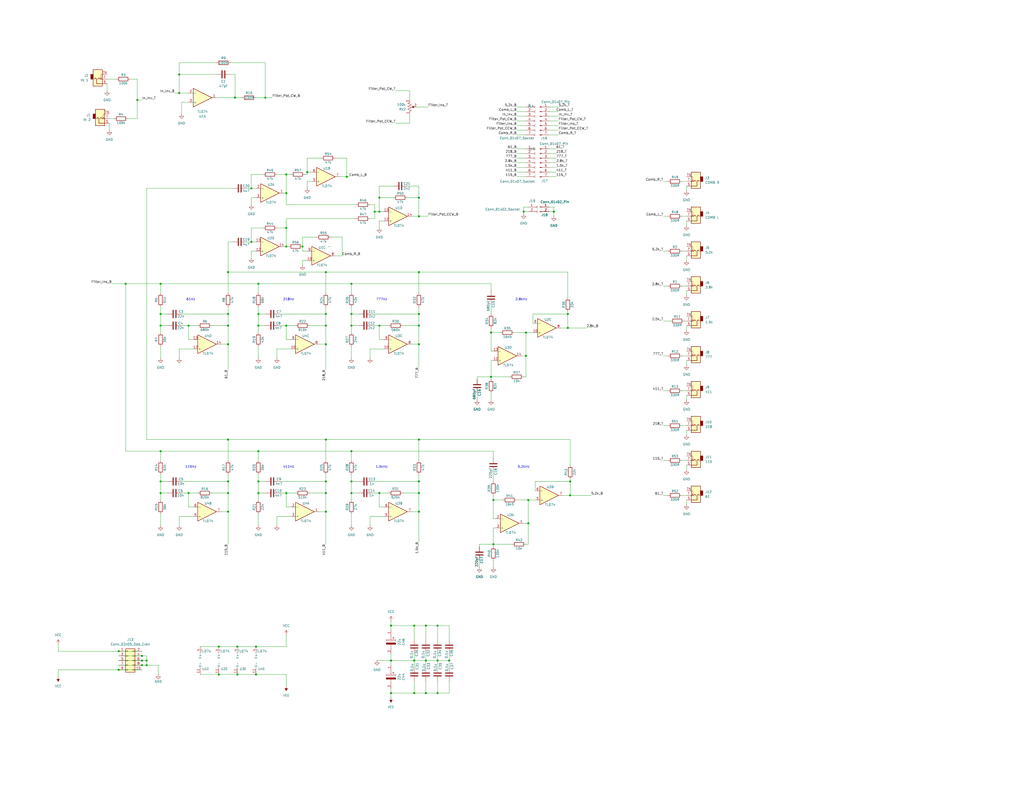
<source format=kicad_sch>
(kicad_sch (version 20231120) (generator "eeschema") (generator_version "8.0")
  (paper "C")
  (junction (at 189.23 96.52))
  (junction (at 232.41 360.68))
  (junction (at 191.77 154.94))
  (junction (at 177.8 171.45))
  (junction (at 207.01 177.8))
  (junction (at 228.6 107.95))
  (junction (at 267.97 181.61))
  (junction (at 228.6 171.45))
  (junction (at 87.63 262.89))
  (junction (at 87.63 171.45))
  (junction (at 124.46 177.8))
  (junction (at 119.38 368.3))
  (junction (at 140.97 269.24))
  (junction (at 140.97 171.45))
  (junction (at 80.01 363.22))
  (junction (at 167.64 93.98))
  (junction (at 124.46 240.03))
  (junction (at 87.63 246.38))
  (junction (at 288.29 285.75))
  (junction (at 156.21 134.62))
  (junction (at 124.46 171.45))
  (junction (at 177.8 240.03))
  (junction (at 156.21 124.46))
  (junction (at 309.88 171.45))
  (junction (at 207.01 107.95))
  (junction (at 156.21 269.24))
  (junction (at 124.46 187.96))
  (junction (at 64.77 355.6))
  (junction (at 80.01 360.68))
  (junction (at 269.24 297.18))
  (junction (at 226.06 360.68))
  (junction (at 144.78 53.34))
  (junction (at 238.76 341.63))
  (junction (at 177.8 177.8))
  (junction (at 232.41 378.46))
  (junction (at 156.21 105.41))
  (junction (at 309.88 179.07))
  (junction (at 311.15 262.89))
  (junction (at 191.77 246.38))
  (junction (at 213.36 341.63))
  (junction (at 68.58 154.94))
  (junction (at 177.8 262.89))
  (junction (at 228.6 148.59))
  (junction (at 285.75 115.57))
  (junction (at 137.16 132.08))
  (junction (at 74.93 54.61))
  (junction (at 156.21 177.8))
  (junction (at 238.76 378.46))
  (junction (at 140.97 154.94))
  (junction (at 139.7 353.06))
  (junction (at 311.15 270.51))
  (junction (at 228.6 187.96))
  (junction (at 97.79 50.8))
  (junction (at 177.8 269.24))
  (junction (at 228.6 279.4))
  (junction (at 97.79 40.64))
  (junction (at 128.27 53.34))
  (junction (at 124.46 269.24))
  (junction (at 137.16 102.87))
  (junction (at 165.1 134.62))
  (junction (at 302.26 115.57))
  (junction (at 177.8 187.96))
  (junction (at 269.24 273.05))
  (junction (at 213.36 360.68))
  (junction (at 228.6 177.8))
  (junction (at 124.46 279.4))
  (junction (at 191.77 269.24))
  (junction (at 287.02 181.61))
  (junction (at 228.6 262.89))
  (junction (at 287.02 194.31))
  (junction (at 119.38 353.06))
  (junction (at 238.76 360.68))
  (junction (at 207.01 115.57))
  (junction (at 129.54 368.3))
  (junction (at 124.46 148.59))
  (junction (at 267.97 205.74))
  (junction (at 245.11 360.68))
  (junction (at 191.77 177.8))
  (junction (at 139.7 368.3))
  (junction (at 191.77 171.45))
  (junction (at 124.46 262.89))
  (junction (at 288.29 273.05))
  (junction (at 226.06 378.46))
  (junction (at 213.36 378.46))
  (junction (at 156.21 95.25))
  (junction (at 177.8 148.59))
  (junction (at 204.47 115.57))
  (junction (at 77.47 360.68))
  (junction (at 102.87 269.24))
  (junction (at 87.63 269.24))
  (junction (at 140.97 246.38))
  (junction (at 140.97 177.8))
  (junction (at 191.77 262.89))
  (junction (at 102.87 177.8))
  (junction (at 228.6 240.03))
  (junction (at 64.77 365.76))
  (junction (at 228.6 269.24))
  (junction (at 87.63 154.94))
  (junction (at 226.06 341.63))
  (junction (at 177.8 279.4))
  (junction (at 77.47 363.22))
  (junction (at 87.63 177.8))
  (junction (at 140.97 262.89))
  (junction (at 207.01 269.24))
  (junction (at 228.6 118.11))
  (junction (at 232.41 341.63))
  (junction (at 129.54 353.06))
  (junction (at 77.47 358.14))
  (wire (pts (xy 175.26 86.36) (xy 167.64 86.36)))
  (wire (pts (xy 374.65 196.85) (xy 374.65 199.39)))
  (wire (pts (xy 281.94 273.05) (xy 288.29 273.05)))
  (wire (pts (xy 80.01 240.03) (xy 80.01 102.87)))
  (wire (pts (xy 68.58 154.94) (xy 68.58 246.38)))
  (wire (pts (xy 245.11 372.11) (xy 245.11 378.46)))
  (wire (pts (xy 182.88 139.7) (xy 186.69 139.7)))
  (wire (pts (xy 285.75 285.75) (xy 288.29 285.75)))
  (wire (pts (xy 165.1 129.54) (xy 165.1 134.62)))
  (wire (pts (xy 152.4 171.45) (xy 177.8 171.45)))
  (wire (pts (xy 124.46 187.96) (xy 124.46 177.8)))
  (wire (pts (xy 226.06 356.87) (xy 226.06 360.68)))
  (wire (pts (xy 207.01 185.42) (xy 207.01 177.8)))
  (wire (pts (xy 87.63 177.8) (xy 91.44 177.8)))
  (wire (pts (xy 140.97 181.61) (xy 140.97 177.8)))
  (wire (pts (xy 156.21 269.24) (xy 161.29 269.24)))
  (wire (pts (xy 60.96 154.94) (xy 68.58 154.94)))
  (wire (pts (xy 269.24 297.18) (xy 269.24 298.45)))
  (wire (pts (xy 99.06 177.8) (xy 102.87 177.8)))
  (wire (pts (xy 158.75 276.86) (xy 156.21 276.86)))
  (wire (pts (xy 304.8 60.96) (xy 299.72 60.96)))
  (wire (pts (xy 227.33 58.42) (xy 233.68 58.42)))
  (wire (pts (xy 140.97 167.64) (xy 140.97 171.45)))
  (wire (pts (xy 207.01 120.65) (xy 207.01 124.46)))
  (wire (pts (xy 228.6 240.03) (xy 311.15 240.03)))
  (wire (pts (xy 87.63 273.05) (xy 87.63 269.24)))
  (wire (pts (xy 144.78 53.34) (xy 148.59 53.34)))
  (wire (pts (xy 303.53 86.36) (xy 299.72 86.36)))
  (wire (pts (xy 109.22 368.3) (xy 119.38 368.3)))
  (wire (pts (xy 299.72 115.57) (xy 302.26 115.57)))
  (wire (pts (xy 299.72 73.66) (xy 304.8 73.66)))
  (wire (pts (xy 140.97 154.94) (xy 191.77 154.94)))
  (wire (pts (xy 306.07 179.07) (xy 309.88 179.07)))
  (wire (pts (xy 213.36 341.63) (xy 226.06 341.63)))
  (wire (pts (xy 124.46 132.08) (xy 127 132.08)))
  (wire (pts (xy 223.52 49.53) (xy 215.9 49.53)))
  (wire (pts (xy 134.62 102.87) (xy 137.16 102.87)))
  (wire (pts (xy 373.38 175.26) (xy 374.65 175.26)))
  (wire (pts (xy 261.62 297.18) (xy 261.62 298.45)))
  (wire (pts (xy 292.1 267.97) (xy 292.1 262.89)))
  (wire (pts (xy 191.77 262.89) (xy 191.77 269.24)))
  (wire (pts (xy 177.8 251.46) (xy 177.8 240.03)))
  (wire (pts (xy 214.63 107.95) (xy 207.01 107.95)))
  (wire (pts (xy 269.24 283.21) (xy 270.51 283.21)))
  (wire (pts (xy 124.46 251.46) (xy 124.46 240.03)))
  (wire (pts (xy 226.06 341.63) (xy 226.06 349.25)))
  (wire (pts (xy 166.37 95.25) (xy 167.64 95.25)))
  (wire (pts (xy 87.63 154.94) (xy 87.63 160.02)))
  (wire (pts (xy 280.67 181.61) (xy 287.02 181.61)))
  (wire (pts (xy 167.64 99.06) (xy 167.64 102.87)))
  (wire (pts (xy 191.77 189.23) (xy 191.77 195.58)))
  (wire (pts (xy 285.75 113.03) (xy 285.75 115.57)))
  (wire (pts (xy 228.6 279.4) (xy 228.6 295.91)))
  (wire (pts (xy 152.4 269.24) (xy 156.21 269.24)))
  (wire (pts (xy 118.11 53.34) (xy 128.27 53.34)))
  (wire (pts (xy 311.15 262.89) (xy 311.15 261.62)))
  (wire (pts (xy 58.42 43.18) (xy 63.5 43.18)))
  (wire (pts (xy 309.88 162.56) (xy 309.88 148.59)))
  (wire (pts (xy 143.51 95.25) (xy 137.16 95.25)))
  (wire (pts (xy 74.93 54.61) (xy 77.47 54.61)))
  (wire (pts (xy 228.6 118.11) (xy 233.68 118.11)))
  (wire (pts (xy 228.6 279.4) (xy 228.6 269.24)))
  (wire (pts (xy 222.25 101.6) (xy 228.6 101.6)))
  (wire (pts (xy 137.16 124.46) (xy 137.16 132.08)))
  (wire (pts (xy 261.62 306.07) (xy 261.62 309.88)))
  (wire (pts (xy 62.23 64.77) (xy 59.69 64.77)))
  (wire (pts (xy 191.77 246.38) (xy 269.24 246.38)))
  (wire (pts (xy 232.41 356.87) (xy 232.41 360.68)))
  (wire (pts (xy 269.24 273.05) (xy 269.24 283.21)))
  (wire (pts (xy 209.55 281.94) (xy 201.93 281.94)))
  (wire (pts (xy 228.6 107.95) (xy 228.6 118.11)))
  (wire (pts (xy 140.97 246.38) (xy 191.77 246.38)))
  (wire (pts (xy 189.23 96.52) (xy 190.5 96.52)))
  (wire (pts (xy 177.8 187.96) (xy 177.8 177.8)))
  (wire (pts (xy 228.6 187.96) (xy 228.6 200.66)))
  (wire (pts (xy 281.94 68.58) (xy 287.02 68.58)))
  (wire (pts (xy 97.79 34.29) (xy 97.79 40.64)))
  (wire (pts (xy 374.65 215.9) (xy 374.65 218.44)))
  (wire (pts (xy 119.38 368.3) (xy 129.54 368.3)))
  (wire (pts (xy 361.95 99.06) (xy 364.49 99.06)))
  (wire (pts (xy 87.63 262.89) (xy 87.63 269.24)))
  (wire (pts (xy 58.42 45.72) (xy 58.42 49.53)))
  (wire (pts (xy 115.57 177.8) (xy 124.46 177.8)))
  (wire (pts (xy 80.01 360.68) (xy 80.01 363.22)))
  (wire (pts (xy 226.06 341.63) (xy 232.41 341.63)))
  (wire (pts (xy 105.41 281.94) (xy 97.79 281.94)))
  (wire (pts (xy 269.24 297.18) (xy 279.4 297.18)))
  (wire (pts (xy 281.94 71.12) (xy 287.02 71.12)))
  (wire (pts (xy 228.6 269.24) (xy 228.6 262.89)))
  (wire (pts (xy 302.26 113.03) (xy 302.26 115.57)))
  (wire (pts (xy 303.53 96.52) (xy 299.72 96.52)))
  (wire (pts (xy 219.71 269.24) (xy 228.6 269.24)))
  (wire (pts (xy 361.95 232.41) (xy 364.49 232.41)))
  (wire (pts (xy 99.06 269.24) (xy 102.87 269.24)))
  (wire (pts (xy 137.16 132.08) (xy 139.7 132.08)))
  (wire (pts (xy 124.46 187.96) (xy 124.46 201.93)))
  (wire (pts (xy 228.6 251.46) (xy 228.6 240.03)))
  (wire (pts (xy 219.71 177.8) (xy 228.6 177.8)))
  (wire (pts (xy 292.1 262.89) (xy 311.15 262.89)))
  (wire (pts (xy 288.29 113.03) (xy 285.75 113.03)))
  (wire (pts (xy 124.46 160.02) (xy 124.46 148.59)))
  (wire (pts (xy 232.41 360.68) (xy 232.41 364.49)))
  (wire (pts (xy 287.02 194.31) (xy 287.02 181.61)))
  (wire (pts (xy 267.97 205.74) (xy 278.13 205.74)))
  (wire (pts (xy 80.01 363.22) (xy 86.36 363.22)))
  (wire (pts (xy 299.72 113.03) (xy 302.26 113.03)))
  (wire (pts (xy 68.58 154.94) (xy 87.63 154.94)))
  (wire (pts (xy 260.35 205.74) (xy 267.97 205.74)))
  (wire (pts (xy 154.94 105.41) (xy 156.21 105.41)))
  (wire (pts (xy 87.63 154.94) (xy 140.97 154.94)))
  (wire (pts (xy 191.77 273.05) (xy 191.77 269.24)))
  (wire (pts (xy 191.77 171.45) (xy 195.58 171.45)))
  (wire (pts (xy 228.6 171.45) (xy 228.6 167.64)))
  (wire (pts (xy 167.64 142.24) (xy 165.1 142.24)))
  (wire (pts (xy 372.11 232.41) (xy 374.65 232.41)))
  (wire (pts (xy 172.72 129.54) (xy 165.1 129.54)))
  (wire (pts (xy 191.77 280.67) (xy 191.77 287.02)))
  (wire (pts (xy 245.11 356.87) (xy 245.11 360.68)))
  (wire (pts (xy 226.06 360.68) (xy 232.41 360.68)))
  (wire (pts (xy 186.69 129.54) (xy 180.34 129.54)))
  (wire (pts (xy 374.65 254) (xy 374.65 256.54)))
  (wire (pts (xy 140.97 246.38) (xy 140.97 251.46)))
  (wire (pts (xy 87.63 246.38) (xy 68.58 246.38)))
  (wire (pts (xy 128.27 53.34) (xy 132.08 53.34)))
  (wire (pts (xy 97.79 40.64) (xy 118.11 40.64)))
  (wire (pts (xy 238.76 360.68) (xy 245.11 360.68)))
  (wire (pts (xy 228.6 240.03) (xy 177.8 240.03)))
  (wire (pts (xy 267.97 166.37) (xy 267.97 171.45)))
  (wire (pts (xy 232.41 341.63) (xy 232.41 349.25)))
  (wire (pts (xy 102.87 185.42) (xy 102.87 177.8)))
  (wire (pts (xy 299.72 88.9) (xy 303.53 88.9)))
  (wire (pts (xy 151.13 124.46) (xy 156.21 124.46)))
  (wire (pts (xy 177.8 240.03) (xy 124.46 240.03)))
  (wire (pts (xy 287.02 194.31) (xy 287.02 205.74)))
  (wire (pts (xy 238.76 341.63) (xy 245.11 341.63)))
  (wire (pts (xy 281.94 88.9) (xy 287.02 88.9)))
  (wire (pts (xy 372.11 99.06) (xy 374.65 99.06)))
  (wire (pts (xy 99.06 262.89) (xy 124.46 262.89)))
  (wire (pts (xy 290.83 171.45) (xy 309.88 171.45)))
  (wire (pts (xy 204.47 115.57) (xy 207.01 115.57)))
  (wire (pts (xy 97.79 190.5) (xy 97.79 195.58)))
  (wire (pts (xy 152.4 262.89) (xy 177.8 262.89)))
  (wire (pts (xy 64.77 365.76) (xy 77.47 365.76)))
  (wire (pts (xy 260.35 205.74) (xy 260.35 207.01)))
  (wire (pts (xy 214.63 101.6) (xy 207.01 101.6)))
  (wire (pts (xy 167.64 86.36) (xy 167.64 93.98)))
  (wire (pts (xy 129.54 368.3) (xy 139.7 368.3)))
  (wire (pts (xy 143.51 124.46) (xy 137.16 124.46)))
  (wire (pts (xy 152.4 177.8) (xy 156.21 177.8)))
  (wire (pts (xy 267.97 181.61) (xy 267.97 191.77)))
  (wire (pts (xy 140.97 171.45) (xy 140.97 177.8)))
  (wire (pts (xy 99.06 55.88) (xy 99.06 62.23)))
  (wire (pts (xy 201.93 111.76) (xy 204.47 111.76)))
  (wire (pts (xy 267.97 181.61) (xy 273.05 181.61)))
  (wire (pts (xy 269.24 196.85) (xy 267.97 196.85)))
  (wire (pts (xy 284.48 194.31) (xy 287.02 194.31)))
  (wire (pts (xy 140.97 273.05) (xy 140.97 269.24)))
  (wire (pts (xy 64.77 363.22) (xy 77.47 363.22)))
  (wire (pts (xy 299.72 58.42) (xy 304.8 58.42)))
  (wire (pts (xy 302.26 115.57) (xy 302.26 118.11)))
  (wire (pts (xy 288.29 285.75) (xy 288.29 297.18)))
  (wire (pts (xy 228.6 160.02) (xy 228.6 148.59)))
  (wire (pts (xy 311.15 254) (xy 311.15 240.03)))
  (wire (pts (xy 374.65 101.6) (xy 374.65 104.14)))
  (wire (pts (xy 374.65 177.8) (xy 374.65 180.34)))
  (wire (pts (xy 213.36 360.68) (xy 226.06 360.68)))
  (wire (pts (xy 267.97 154.94) (xy 267.97 158.75)))
  (wire (pts (xy 87.63 171.45) (xy 91.44 171.45)))
  (wire (pts (xy 201.93 190.5) (xy 201.93 195.58)))
  (wire (pts (xy 87.63 167.64) (xy 87.63 171.45)))
  (wire (pts (xy 128.27 40.64) (xy 128.27 53.34)))
  (wire (pts (xy 167.64 137.16) (xy 165.1 137.16)))
  (wire (pts (xy 213.36 375.92) (xy 213.36 378.46)))
  (wire (pts (xy 140.97 154.94) (xy 140.97 160.02)))
  (wire (pts (xy 213.36 381) (xy 213.36 378.46)))
  (wire (pts (xy 165.1 134.62) (xy 165.1 137.16)))
  (wire (pts (xy 124.46 262.89) (xy 124.46 259.08)))
  (wire (pts (xy 374.65 120.65) (xy 374.65 123.19)))
  (wire (pts (xy 269.24 257.81) (xy 269.24 262.89)))
  (wire (pts (xy 213.36 341.63) (xy 213.36 344.17)))
  (wire (pts (xy 285.75 115.57) (xy 285.75 116.84)))
  (wire (pts (xy 64.77 355.6) (xy 77.47 355.6)))
  (wire (pts (xy 228.6 107.95) (xy 222.25 107.95)))
  (wire (pts (xy 105.41 185.42) (xy 102.87 185.42)))
  (wire (pts (xy 267.97 214.63) (xy 267.97 218.44)))
  (wire (pts (xy 309.88 171.45) (xy 309.88 170.18)))
  (wire (pts (xy 207.01 107.95) (xy 207.01 115.57)))
  (wire (pts (xy 213.36 360.68) (xy 213.36 363.22)))
  (wire (pts (xy 31.75 355.6) (xy 64.77 355.6)))
  (wire (pts (xy 269.24 306.07) (xy 269.24 309.88)))
  (wire (pts (xy 215.9 67.31) (xy 223.52 67.31)))
  (wire (pts (xy 87.63 280.67) (xy 87.63 287.02)))
  (wire (pts (xy 80.01 102.87) (xy 127 102.87)))
  (wire (pts (xy 267.97 196.85) (xy 267.97 205.74)))
  (wire (pts (xy 287.02 181.61) (xy 290.83 181.61)))
  (wire (pts (xy 361.95 118.11) (xy 364.49 118.11)))
  (wire (pts (xy 119.38 353.06) (xy 129.54 353.06)))
  (wire (pts (xy 232.41 378.46) (xy 238.76 378.46)))
  (wire (pts (xy 31.75 365.76) (xy 64.77 365.76)))
  (wire (pts (xy 303.53 93.98) (xy 299.72 93.98)))
  (wire (pts (xy 140.97 171.45) (xy 144.78 171.45)))
  (wire (pts (xy 372.11 194.31) (xy 374.65 194.31)))
  (wire (pts (xy 87.63 259.08) (xy 87.63 262.89)))
  (wire (pts (xy 156.21 119.38) (xy 156.21 124.46)))
  (wire (pts (xy 118.11 34.29) (xy 97.79 34.29)))
  (wire (pts (xy 288.29 273.05) (xy 292.1 273.05)))
  (wire (pts (xy 213.36 339.09) (xy 213.36 341.63)))
  (wire (pts (xy 156.21 374.65) (xy 156.21 368.3)))
  (wire (pts (xy 267.97 205.74) (xy 267.97 207.01)))
  (wire (pts (xy 204.47 111.76) (xy 204.47 115.57)))
  (wire (pts (xy 232.41 372.11) (xy 232.41 378.46)))
  (wire (pts (xy 102.87 177.8) (xy 107.95 177.8)))
  (wire (pts (xy 203.2 177.8) (xy 207.01 177.8)))
  (wire (pts (xy 95.25 50.8) (xy 97.79 50.8)))
  (wire (pts (xy 204.47 119.38) (xy 204.47 115.57)))
  (wire (pts (xy 158.75 185.42) (xy 156.21 185.42)))
  (wire (pts (xy 137.16 107.95) (xy 137.16 111.76)))
  (wire (pts (xy 191.77 269.24) (xy 195.58 269.24)))
  (wire (pts (xy 87.63 246.38) (xy 140.97 246.38)))
  (wire (pts (xy 372.11 118.11) (xy 374.65 118.11)))
  (wire (pts (xy 232.41 341.63) (xy 238.76 341.63)))
  (wire (pts (xy 228.6 177.8) (xy 228.6 171.45)))
  (wire (pts (xy 177.8 279.4) (xy 177.8 269.24)))
  (wire (pts (xy 97.79 40.64) (xy 97.79 50.8)))
  (wire (pts (xy 228.6 101.6) (xy 228.6 107.95)))
  (wire (pts (xy 209.55 276.86) (xy 207.01 276.86)))
  (wire (pts (xy 87.63 269.24) (xy 91.44 269.24)))
  (wire (pts (xy 177.8 269.24) (xy 177.8 262.89)))
  (wire (pts (xy 156.21 185.42) (xy 156.21 177.8)))
  (wire (pts (xy 226.06 372.11) (xy 226.06 378.46)))
  (wire (pts (xy 361.95 156.21) (xy 364.49 156.21)))
  (wire (pts (xy 151.13 190.5) (xy 151.13 195.58)))
  (wire (pts (xy 140.97 262.89) (xy 144.78 262.89)))
  (wire (pts (xy 124.46 269.24) (xy 124.46 262.89)))
  (wire (pts (xy 87.63 171.45) (xy 87.63 177.8)))
  (wire (pts (xy 281.94 66.04) (xy 287.02 66.04)))
  (wire (pts (xy 203.2 262.89) (xy 228.6 262.89)))
  (wire (pts (xy 269.24 288.29) (xy 269.24 297.18)))
  (wire (pts (xy 207.01 269.24) (xy 212.09 269.24)))
  (wire (pts (xy 304.8 66.04) (xy 299.72 66.04)))
  (wire (pts (xy 191.77 154.94) (xy 267.97 154.94)))
  (wire (pts (xy 303.53 83.82) (xy 299.72 83.82)))
  (wire (pts (xy 124.46 171.45) (xy 124.46 167.64)))
  (wire (pts (xy 137.16 95.25) (xy 137.16 102.87)))
  (wire (pts (xy 207.01 177.8) (xy 212.09 177.8)))
  (wire (pts (xy 226.06 378.46) (xy 232.41 378.46)))
  (wire (pts (xy 299.72 68.58) (xy 304.8 68.58)))
  (wire (pts (xy 213.36 356.87) (xy 213.36 360.68)))
  (wire (pts (xy 140.97 262.89) (xy 140.97 269.24)))
  (wire (pts (xy 99.06 171.45) (xy 124.46 171.45)))
  (wire (pts (xy 177.8 160.02) (xy 177.8 148.59)))
  (wire (pts (xy 77.47 363.22) (xy 80.01 363.22)))
  (wire (pts (xy 129.54 353.06) (xy 139.7 353.06)))
  (wire (pts (xy 281.94 58.42) (xy 287.02 58.42)))
  (wire (pts (xy 191.77 259.08) (xy 191.77 262.89)))
  (wire (pts (xy 201.93 119.38) (xy 204.47 119.38)))
  (wire (pts (xy 140.97 259.08) (xy 140.97 262.89)))
  (wire (pts (xy 77.47 360.68) (xy 80.01 360.68)))
  (wire (pts (xy 304.8 71.12) (xy 299.72 71.12)))
  (wire (pts (xy 177.8 171.45) (xy 177.8 167.64)))
  (wire (pts (xy 144.78 34.29) (xy 144.78 53.34)))
  (wire (pts (xy 120.65 279.4) (xy 124.46 279.4)))
  (wire (pts (xy 158.75 190.5) (xy 151.13 190.5)))
  (wire (pts (xy 179.07 134.62) (xy 180.34 134.62)))
  (wire (pts (xy 228.6 148.59) (xy 309.88 148.59)))
  (wire (pts (xy 209.55 190.5) (xy 201.93 190.5)))
  (wire (pts (xy 223.52 67.31) (xy 223.52 62.23)))
  (wire (pts (xy 194.31 111.76) (xy 156.21 111.76)))
  (wire (pts (xy 372.11 270.51) (xy 374.65 270.51)))
  (wire (pts (xy 137.16 102.87) (xy 139.7 102.87)))
  (wire (pts (xy 232.41 360.68) (xy 238.76 360.68)))
  (wire (pts (xy 269.24 246.38) (xy 269.24 250.19)))
  (wire (pts (xy 372.11 137.16) (xy 374.65 137.16)))
  (wire (pts (xy 288.29 297.18) (xy 287.02 297.18)))
  (wire (pts (xy 156.21 353.06) (xy 156.21 346.71)))
  (wire (pts (xy 140.97 280.67) (xy 140.97 287.02)))
  (wire (pts (xy 134.62 132.08) (xy 137.16 132.08)))
  (wire (pts (xy 361.95 251.46) (xy 364.49 251.46)))
  (wire (pts (xy 307.34 270.51) (xy 311.15 270.51)))
  (wire (pts (xy 207.01 115.57) (xy 209.55 115.57)))
  (wire (pts (xy 238.76 360.68) (xy 238.76 364.49)))
  (wire (pts (xy 139.7 107.95) (xy 137.16 107.95)))
  (wire (pts (xy 191.77 177.8) (xy 195.58 177.8)))
  (wire (pts (xy 224.79 279.4) (xy 228.6 279.4)))
  (wire (pts (xy 269.24 273.05) (xy 274.32 273.05)))
  (wire (pts (xy 304.8 63.5) (xy 299.72 63.5)))
  (wire (pts (xy 139.7 368.3) (xy 156.21 368.3)))
  (wire (pts (xy 74.93 54.61) (xy 74.93 64.77)))
  (wire (pts (xy 228.6 148.59) (xy 177.8 148.59)))
  (wire (pts (xy 361.95 194.31) (xy 364.49 194.31)))
  (wire (pts (xy 124.46 177.8) (xy 124.46 171.45)))
  (wire (pts (xy 158.75 281.94) (xy 151.13 281.94)))
  (wire (pts (xy 191.77 246.38) (xy 191.77 251.46)))
  (wire (pts (xy 207.01 276.86) (xy 207.01 269.24)))
  (wire (pts (xy 154.94 134.62) (xy 156.21 134.62)))
  (wire (pts (xy 191.77 167.64) (xy 191.77 171.45)))
  (wire (pts (xy 281.94 86.36) (xy 287.02 86.36)))
  (wire (pts (xy 361.95 270.51) (xy 364.49 270.51)))
  (wire (pts (xy 186.69 129.54) (xy 186.69 139.7)))
  (wire (pts (xy 140.97 269.24) (xy 144.78 269.24)))
  (wire (pts (xy 238.76 378.46) (xy 245.11 378.46)))
  (wire (pts (xy 281.94 83.82) (xy 287.02 83.82)))
  (wire (pts (xy 281.94 91.44) (xy 287.02 91.44)))
  (wire (pts (xy 139.7 137.16) (xy 137.16 137.16)))
  (wire (pts (xy 309.88 179.07) (xy 320.04 179.07)))
  (wire (pts (xy 156.21 177.8) (xy 161.29 177.8)))
  (wire (pts (xy 97.79 50.8) (xy 102.87 50.8)))
  (wire (pts (xy 191.77 181.61) (xy 191.77 177.8)))
  (wire (pts (xy 281.94 73.66) (xy 287.02 73.66)))
  (wire (pts (xy 191.77 262.89) (xy 195.58 262.89)))
  (wire (pts (xy 288.29 115.57) (xy 285.75 115.57)))
  (wire (pts (xy 261.62 297.18) (xy 269.24 297.18)))
  (wire (pts (xy 281.94 81.28) (xy 287.02 81.28)))
  (wire (pts (xy 281.94 63.5) (xy 287.02 63.5)))
  (wire (pts (xy 139.7 53.34) (xy 144.78 53.34)))
  (wire (pts (xy 191.77 154.94) (xy 191.77 160.02)))
  (wire (pts (xy 177.8 187.96) (xy 177.8 201.93)))
  (wire (pts (xy 177.8 177.8) (xy 177.8 171.45)))
  (wire (pts (xy 177.8 279.4) (xy 177.8 297.18)))
  (wire (pts (xy 205.74 360.68) (xy 213.36 360.68)))
  (wire (pts (xy 125.73 34.29) (xy 144.78 34.29)))
  (wire (pts (xy 97.79 281.94) (xy 97.79 287.02)))
  (wire (pts (xy 64.77 358.14) (xy 77.47 358.14)))
  (wire (pts (xy 156.21 95.25) (xy 156.21 105.41)))
  (wire (pts (xy 31.75 365.76) (xy 31.75 369.57)))
  (wire (pts (xy 185.42 96.52) (xy 189.23 96.52)))
  (wire (pts (xy 309.88 179.07) (xy 309.88 171.45)))
  (wire (pts (xy 372.11 251.46) (xy 374.65 251.46)))
  (wire (pts (xy 245.11 341.63) (xy 245.11 349.25)))
  (wire (pts (xy 177.8 262.89) (xy 177.8 259.08)))
  (wire (pts (xy 137.16 137.16) (xy 137.16 140.97)))
  (wire (pts (xy 281.94 60.96) (xy 287.02 60.96)))
  (wire (pts (xy 74.93 43.18) (xy 74.93 54.61)))
  (wire (pts (xy 168.91 177.8) (xy 177.8 177.8)))
  (wire (pts (xy 69.85 64.77) (xy 74.93 64.77)))
  (wire (pts (xy 303.53 81.28) (xy 299.72 81.28)))
  (wire (pts (xy 267.97 179.07) (xy 267.97 181.61)))
  (wire (pts (xy 209.55 185.42) (xy 207.01 185.42)))
  (wire (pts (xy 124.46 240.03) (xy 80.01 240.03)))
  (wire (pts (xy 361.95 213.36) (xy 364.49 213.36)))
  (wire (pts (xy 64.77 360.68) (xy 77.47 360.68)))
  (wire (pts (xy 288.29 285.75) (xy 288.29 273.05)))
  (wire (pts (xy 374.65 158.75) (xy 374.65 161.29)))
  (wire (pts (xy 105.41 190.5) (xy 97.79 190.5)))
  (wire (pts (xy 245.11 360.68) (xy 245.11 364.49)))
  (wire (pts (xy 170.18 99.06) (xy 167.64 99.06)))
  (wire (pts (xy 156.21 124.46) (xy 156.21 134.62)))
  (wire (pts (xy 374.65 139.7) (xy 374.65 142.24)))
  (wire (pts (xy 139.7 353.06) (xy 156.21 353.06)))
  (wire (pts (xy 167.64 93.98) (xy 170.18 93.98)))
  (wire (pts (xy 194.31 119.38) (xy 156.21 119.38)))
  (wire (pts (xy 109.22 353.06) (xy 119.38 353.06)))
  (wire (pts (xy 165.1 142.24) (xy 165.1 144.78)))
  (wire (pts (xy 87.63 262.89) (xy 91.44 262.89)))
  (wire (pts (xy 281.94 96.52) (xy 287.02 96.52)))
  (wire (pts (xy 374.65 273.05) (xy 374.65 275.59)))
  (wire (pts (xy 374.65 234.95) (xy 374.65 237.49)))
  (wire (pts (xy 238.76 372.11) (xy 238.76 378.46)))
  (wire (pts (xy 86.36 363.22) (xy 86.36 368.3)))
  (wire (pts (xy 191.77 171.45) (xy 191.77 177.8)))
  (wire (pts (xy 151.13 281.94) (xy 151.13 287.02)))
  (wire (pts (xy 189.23 86.36) (xy 189.23 96.52)))
  (wire (pts (xy 140.97 189.23) (xy 140.97 195.58)))
  (wire (pts (xy 213.36 378.46) (xy 226.06 378.46)))
  (wire (pts (xy 87.63 181.61) (xy 87.63 177.8)))
  (wire (pts (xy 209.55 120.65) (xy 207.01 120.65)))
  (wire (pts (xy 267.97 191.77) (xy 269.24 191.77)))
  (wire (pts (xy 311.15 262.89) (xy 311.15 270.51)))
  (wire (pts (xy 281.94 93.98) (xy 287.02 93.98)))
  (wire (pts (xy 228.6 262.89) (xy 228.6 259.08)))
  (wire (pts (xy 151.13 95.25) (xy 156.21 95.25)))
  (wire (pts (xy 105.41 276.86) (xy 102.87 276.86)))
  (wire (pts (xy 238.76 356.87) (xy 238.76 360.68)))
  (wire (pts (xy 270.51 288.29) (xy 269.24 288.29)))
  (wire (pts (xy 156.21 276.86) (xy 156.21 269.24)))
  (wire (pts (xy 102.87 269.24) (xy 107.95 269.24)))
  (wire (pts (xy 87.63 246.38) (xy 87.63 251.46)))
  (wire (pts (xy 260.35 214.63) (xy 260.35 218.44)))
  (wire (pts (xy 124.46 279.4) (xy 124.46 269.24)))
  (wire (pts (xy 167.64 95.25) (xy 167.64 93.98)))
  (wire (pts (xy 168.91 269.24) (xy 177.8 269.24)))
  (wire (pts (xy 311.15 270.51) (xy 322.58 270.51)))
  (wire (pts (xy 290.83 176.53) (xy 290.83 171.45)))
  (wire (pts (xy 59.69 67.31) (xy 59.69 71.12)))
  (wire (pts (xy 207.01 101.6) (xy 207.01 107.95)))
  (wire (pts (xy 124.46 279.4) (xy 124.46 297.18)))
  (wire (pts (xy 201.93 281.94) (xy 201.93 287.02)))
  (wire (pts (xy 177.8 148.59) (xy 124.46 148.59)))
  (wire (pts (xy 156.21 95.25) (xy 158.75 95.25)))
  (wire (pts (xy 140.97 177.8) (xy 144.78 177.8)))
  (wire (pts (xy 120.65 187.96) (xy 124.46 187.96)))
  (wire (pts (xy 299.72 91.44) (xy 303.53 91.44)))
  (wire (pts (xy 224.79 187.96) (xy 228.6 187.96)))
  (wire (pts (xy 203.2 269.24) (xy 207.01 269.24)))
  (wire (pts (xy 87.63 189.23) (xy 87.63 195.58)))
  (wire (pts (xy 372.11 156.21) (xy 374.65 156.21)))
  (wire (pts (xy 77.47 358.14) (xy 80.01 358.14)))
  (wire (pts (xy 372.11 213.36) (xy 374.65 213.36)))
  (wire (pts (xy 228.6 187.96) (xy 228.6 177.8)))
  (wire (pts (xy 238.76 341.63) (xy 238.76 349.25)))
  (wire (pts (xy 361.95 175.26) (xy 365.76 175.26)))
  (wire (pts (xy 71.12 43.18) (xy 74.93 43.18)))
  (wire (pts (xy 125.73 40.64) (xy 128.27 40.64)))
  (wire (pts (xy 156.21 111.76) (xy 156.21 105.41)))
  (wire (pts (xy 189.23 86.36) (xy 182.88 86.36)))
  (wire (pts (xy 173.99 187.96) (xy 177.8 187.96)))
  (wire (pts (xy 203.2 171.45) (xy 228.6 171.45)))
  (wire (pts (xy 361.95 137.16) (xy 364.49 137.16)))
  (wire (pts (xy 124.46 148.59) (xy 124.46 132.08)))
  (wire (pts (xy 269.24 270.51) (xy 269.24 273.05)))
  (wire (pts (xy 226.06 360.68) (xy 226.06 364.49)))
  (wire (pts (xy 173.99 279.4) (xy 177.8 279.4)))
  (wire (pts (xy 224.79 118.11) (xy 228.6 118.11)))
  (wire (pts (xy 80.01 358.14) (xy 80.01 360.68)))
  (wire (pts (xy 156.21 134.62) (xy 157.48 134.62)))
  (wire (pts (xy 287.02 205.74) (xy 285.75 205.74)))
  (wire (pts (xy 115.57 269.24) (xy 124.46 269.24)))
  (wire (pts (xy 31.75 355.6) (xy 31.75 351.79)))
  (wire (pts (xy 102.87 55.88) (xy 99.06 55.88)))
  (wire (pts (xy 102.87 276.86) (xy 102.87 269.24)))
  (wire (pts (xy 223.52 54.61) (xy 223.52 49.53)))
  (text "2.8kHz" (at 284.48 163.576 0) (effects (font (size 1.27 1.27))))
  (text "61Hz" (at 104.14 163.576 0) (effects (font (size 1.27 1.27))))
  (text "411Hz\n" (at 157.48 255.016 0) (effects (font (size 1.27 1.27))))
  (text "1.5kHz\n" (at 208.28 255.016 0) (effects (font (size 1.27 1.27))))
  (text "115Hz\n" (at 104.14 255.016 0) (effects (font (size 1.27 1.27))))
  (text "5.2kHz" (at 285.75 255.016 0) (effects (font (size 1.27 1.27))))
  (text "777Hz" (at 208.28 163.576 0) (effects (font (size 1.27 1.27))))
  (text "218Hz\n" (at 157.48 163.576 0) (effects (font (size 1.27 1.27))))
  (label "115_T" (at 361.95 251.46 180))
  (label "Filter_Pot_CW_B" (at 281.94 66.04 180))
  (label "1.5k_T" (at 303.53 91.44 0))
  (label "Filter_Pot_CCW_T" (at 215.9 67.31 180))
  (label "2.8k_B" (at 320.04 179.07 0))
  (label "1.5k_B" (at 281.94 91.44 180))
  (label "5.2k_T" (at 304.8 58.42 0))
  (label "Filter_Ins_T" (at 233.68 58.42 0))
  (label "1.5k_B" (at 228.6 295.91 270))
  (label "Comb_R_B" (at 186.69 139.7 0))
  (label "777_B" (at 281.94 86.36 180))
  (label "411_T" (at 303.53 93.98 0))
  (label "61_B" (at 281.94 81.28 180))
  (label "In_Inv_T" (at 77.47 54.61 0))
  (label "1.5k_T" (at 361.95 175.26 180))
  (label "Filter_Pot_CCW_B" (at 281.94 71.12 180))
  (label "5.2k_T" (at 361.95 137.16 180))
  (label "Comb_L_T" (at 361.95 118.11 180))
  (label "In_Inv_T" (at 304.8 63.5 0))
  (label "In_Inv_B" (at 95.25 50.8 180))
  (label "218_B" (at 281.94 83.82 180))
  (label "61_T" (at 361.95 270.51 180))
  (label "Filter_Pot_CCW_B" (at 233.68 118.11 0))
  (label "218_B" (at 177.8 201.93 270))
  (label "218_T" (at 303.53 83.82 0))
  (label "Comb_R_T" (at 361.95 99.06 180))
  (label "Filter_Pot_CCW_T" (at 304.8 71.12 0))
  (label "61_B" (at 124.46 201.93 270))
  (label "5.2k_B" (at 322.58 270.51 0))
  (label "61_T" (at 303.53 81.28 0))
  (label "411_B" (at 177.8 297.18 270))
  (label "2.8k_B" (at 281.94 88.9 180))
  (label "Filter_Pot_CW_T" (at 304.8 66.04 0))
  (label "777_B" (at 228.6 200.66 270))
  (label "In_Inv_B" (at 281.94 63.5 180))
  (label "Comb_L_T" (at 303.53 60.96 0))
  (label "777_T" (at 361.95 194.31 180))
  (label "2.8k_T" (at 361.95 156.21 180))
  (label "411_T" (at 361.95 213.36 180))
  (label "5.2k_B" (at 281.94 58.42 180))
  (label "Filter_Pot_CW_T" (at 215.9 49.53 180))
  (label "115_T" (at 303.53 96.52 0))
  (label "218_T" (at 361.95 232.41 180))
  (label "115_B" (at 281.94 96.52 180))
  (label "Comb_L_B" (at 281.94 60.96 180))
  (label "Filter_Pot_CW_B" (at 148.59 53.34 0))
  (label "411_B" (at 281.94 93.98 180))
  (label "Filter_Ins_T" (at 304.8 68.58 0))
  (label "2.8k_T" (at 303.53 88.9 0))
  (label "Filter_Ins_B" (at 60.96 154.94 180))
  (label "Comb_L_B" (at 190.5 96.52 0))
  (label "Comb_R_B" (at 281.94 73.66 180))
  (label "115_B" (at 124.46 297.18 270))
  (label "777_T" (at 303.53 86.36 0))
  (label "Comb_R_T" (at 304.8 73.66 0))
  (label "Filter_Ins_B" (at 281.94 68.58 180))
  (symbol (lib_id "Device:R") (at 276.86 181.61 90) (unit 1)
    (property "Reference" "R35" (at 276.86 179.324 90))
    (property "Value" "16k5" (at 276.86 183.896 90))
    (property "Footprint" "Resistor_SMD:R_0805_2012Metric_Pad1.20x1.40mm_HandSolder" (effects (hide yes)))
    (property "Description" "Resistor" (effects (hide yes)))
  )
  (symbol (lib_id "Connector:Conn_01x07_Pin") (at 294.64 88.9 0) (unit 1)
    (property "Reference" "J17" (at 297.18 98.806 0))
    (property "Value" "Conn_01x07_Pin" (at 302.26 78.486 0))
    (property "Footprint" "Connector_PinHeader_2.54mm:PinHeader_1x07_P2.54mm_Vertical" (effects (hide yes)))
    (property "Description" "Generic connector, single row, 01x07, script generated" (effects (hide yes)))
  )
  (symbol (lib_id "Device:R") (at 368.3 194.31 90) (unit 1)
    (property "Reference" "R12" (at 368.3 192.024 90))
    (property "Value" "330R" (at 368.3 196.596 90))
    (property "Footprint" "Resistor_SMD:R_0805_2012Metric_Pad1.20x1.40mm_HandSolder" (effects (hide yes)))
    (property "Description" "Resistor" (effects (hide yes)))
  )
  (symbol (lib_id "Amplifier_Operational:TL074") (at 142.24 360.68 0) (unit 5)
    (property "Reference" "U4" (at 142.748 365.252 0))
    (property "Value" "TL074" (at 142.748 355.6 0))
    (property "Footprint" "Package_SO:SOIC-14_3.9x8.7mm_P1.27mm" (effects (hide yes)))
    (property "Datasheet" "http://www.ti.com/lit/ds/symlink/tl071.pdf" (effects (hide yes)))
    (property "Description" "Quad Low-Noise JFET-Input Operational Amplifiers, DIP-14/SOIC-14" (effects (hide yes)))
  )
  (symbol (lib_id "Device:R") (at 121.92 34.29 90) (unit 1)
    (property "Reference" "R9" (at 121.92 31.75 90))
    (property "Value" "100K" (at 121.92 34.29 90))
    (property "Footprint" "Resistor_SMD:R_0805_2012Metric_Pad1.20x1.40mm_HandSolder" (effects (hide yes)))
  )
  (symbol (lib_id "power:VCC") (at 156.21 346.71 0) (unit 1)
    (property "Reference" "#PWR047" (effects (hide yes)))
    (property "Value" "VCC" (at 156.21 341.63 0))
    (property "Description" "Power symbol creates a global label with name \"VCC\"" (effects (hide yes)))
  )
  (symbol (lib_id "Device:R") (at 267.97 175.26 180) (unit 1)
    (property "Reference" "R34" (at 265.684 175.26 90))
    (property "Value" "82k" (at 270.256 175.26 90))
    (property "Footprint" "Resistor_SMD:R_0805_2012Metric_Pad1.20x1.40mm_HandSolder" (effects (hide yes)))
    (property "Description" "Resistor" (effects (hide yes)))
  )
  (symbol (lib_id "Device:C") (at 199.39 171.45 90) (unit 1)
    (property "Reference" "C11" (at 202.946 170.18 90))
    (property "Value" "2n2" (at 202.946 172.72 90))
    (property "Footprint" "Capacitor_SMD:C_0805_2012Metric_Pad1.18x1.45mm_HandSolder" (effects (hide yes)))
    (property "Description" "Unpolarized capacitor" (effects (hide yes)))
  )
  (symbol (lib_id "power:GND") (at 205.74 360.68 0) (unit 1)
    (property "Reference" "#PWR043" (effects (hide yes)))
    (property "Value" "GND" (at 205.74 365.76 0))
    (property "Description" "Power symbol creates a global label with name \"GND\" , ground" (effects (hide yes)))
  )
  (symbol (lib_id "power:GND") (at 374.65 161.29 0) (mirror y) (unit 1)
    (property "Reference" "#PWR036" (effects (hide yes)))
    (property "Value" "GND" (at 374.65 166.37 0))
    (property "Description" "Power symbol creates a global label with name \"GND\" , ground" (effects (hide yes)))
  )
  (symbol (lib_id "Amplifier_Operational:TL074") (at 278.13 285.75 0) (mirror x) (unit 1)
    (property "Reference" "U3" (at 278.638 281.178 0))
    (property "Value" "TL074" (at 278.638 290.83 0))
    (property "Footprint" "Package_SO:SOIC-14_3.9x8.7mm_P1.27mm" (effects (hide yes)))
    (property "Datasheet" "http://www.ti.com/lit/ds/symlink/tl071.pdf" (effects (hide yes)))
    (property "Description" "Quad Low-Noise JFET-Input Operational Amplifiers, DIP-14/SOIC-14" (effects (hide yes)))
  )
  (symbol (lib_id "Connector_Audio:AudioJack2_SwitchT") (at 379.73 270.51 180) (unit 1)
    (property "Reference" "J12" (at 384.81 268.6049 0) (effects (justify right)))
    (property "Value" "61" (at 384.81 271.1449 0) (effects (justify right)))
    (property "Footprint" "AudioJacks:Jack_3.5mm_QingPu_WQP-PJ301M-12_Vertical_Alt" (effects (hide yes)))
    (property "Description" "Audio Jack, 2 Poles (Mono / TS), Switched T Pole (Normalling)" (effects (hide yes)))
  )
  (symbol (lib_id "Connector:Conn_01x07_Socket") (at 292.1 66.04 0) (unit 1)
    (property "Reference" "J14" (at 287.782 57.912 0) (effects (justify left)))
    (property "Value" "Conn_01x07_Socket" (at 272.542 75.438 0) (effects (justify left)))
    (property "Footprint" "Connector_PinSocket_2.54mm:PinSocket_1x07_P2.54mm_Vertical" (effects (hide yes)))
    (property "Description" "Generic connector, single row, 01x07, script generated" (effects (hide yes)))
  )
  (symbol (lib_id "Device:R") (at 179.07 86.36 90) (unit 1)
    (property "Reference" "R54" (at 179.07 84.074 90))
    (property "Value" "47k" (at 179.07 88.646 90))
    (property "Footprint" "Resistor_SMD:R_0805_2012Metric_Pad1.20x1.40mm_HandSolder" (effects (hide yes)))
    (property "Description" "Resistor" (effects (hide yes)))
  )
  (symbol (lib_id "power:GND") (at 374.65 199.39 0) (mirror y) (unit 1)
    (property "Reference" "#PWR038" (effects (hide yes)))
    (property "Value" "GND" (at 374.65 204.47 0))
    (property "Description" "Power symbol creates a global label with name \"GND\" , ground" (effects (hide yes)))
  )
  (symbol (lib_id "Device:R") (at 198.12 111.76 90) (unit 1)
    (property "Reference" "R46" (at 198.12 109.474 90))
    (property "Value" "47k" (at 198.12 114.046 90))
    (property "Footprint" "Resistor_SMD:R_0805_2012Metric_Pad1.20x1.40mm_HandSolder" (effects (hide yes)))
    (property "Description" "Resistor" (effects (hide yes)))
  )
  (symbol (lib_id "Device:C") (at 95.25 269.24 90) (unit 1)
    (property "Reference" "C6" (at 98.552 267.97 90))
    (property "Value" "10n" (at 98.552 270.51 90))
    (property "Footprint" "Capacitor_SMD:C_0805_2012Metric_Pad1.18x1.45mm_HandSolder" (effects (hide yes)))
    (property "Description" "Unpolarized capacitor" (effects (hide yes)))
  )
  (symbol (lib_id "power:GND") (at 97.79 195.58 0) (unit 1)
    (property "Reference" "#PWR05" (effects (hide yes)))
    (property "Value" "GND" (effects (hide yes)))
    (property "Description" "Power symbol creates a global label with name \"GND\" , ground" (effects (hide yes)))
  )
  (symbol (lib_id "power:VEE") (at 31.75 369.57 180) (unit 1)
    (property "Reference" "#PWR07" (effects (hide yes)))
    (property "Value" "VEE" (at 31.75 374.65 0))
    (property "Description" "Power symbol creates a global label with name \"VEE\"" (effects (hide yes)))
  )
  (symbol (lib_id "Amplifier_Operational:TL074") (at 111.76 360.68 0) (unit 5)
    (property "Reference" "U1" (at 112.268 365.252 0))
    (property "Value" "TL074" (at 112.268 355.6 0))
    (property "Footprint" "Package_SO:SOIC-14_3.9x8.7mm_P1.27mm" (effects (hide yes)))
    (property "Datasheet" "http://www.ti.com/lit/ds/symlink/tl071.pdf" (effects (hide yes)))
    (property "Description" "Quad Low-Noise JFET-Input Operational Amplifiers, DIP-14/SOIC-14" (effects (hide yes)))
  )
  (symbol (lib_id "power:GND") (at 140.97 195.58 0) (unit 1)
    (property "Reference" "#PWR010" (effects (hide yes)))
    (property "Value" "GND" (at 140.97 200.66 0))
    (property "Description" "Power symbol creates a global label with name \"GND\" , ground" (effects (hide yes)))
  )
  (symbol (lib_id "power:GND") (at 165.1 144.78 0) (unit 1)
    (property "Reference" "#PWR029" (effects (hide yes)))
    (property "Value" "GND" (at 165.1 149.86 0))
    (property "Description" "Power symbol creates a global label with name \"GND\" , ground" (effects (hide yes)))
  )
  (symbol (lib_id "Device:C") (at 95.25 171.45 90) (unit 1)
    (property "Reference" "C3" (at 98.806 170.18 90))
    (property "Value" "22n" (at 98.806 172.72 90))
    (property "Footprint" "Capacitor_SMD:C_0805_2012Metric_Pad1.18x1.45mm_HandSolder" (effects (hide yes)))
    (property "Description" "Unpolarized capacitor" (effects (hide yes)))
  )
  (symbol (lib_id "Amplifier_Operational:TL074") (at 175.26 139.7 0) (mirror x) (unit 3)
    (property "Reference" "U1" (at 175.768 135.128 0))
    (property "Value" "TL074" (at 175.768 144.78 0))
    (property "Footprint" "Package_SO:SOIC-14_3.9x8.7mm_P1.27mm" (effects (hide yes)))
    (property "Datasheet" "http://www.ti.com/lit/ds/symlink/tl071.pdf" (effects (hide yes)))
    (property "Description" "Quad Low-Noise JFET-Input Operational Amplifiers, DIP-14/SOIC-14" (effects (hide yes)))
  )
  (symbol (lib_id "Device:C") (at 130.81 132.08 90) (unit 1)
    (property "Reference" "C19" (at 134.366 130.81 90))
    (property "Value" "4u7" (at 134.366 133.35 90))
    (property "Footprint" "Capacitor_THT:C_Rect_L7.2mm_W8.5mm_P5.00mm_FKP2_FKP2_MKS2_MKP2" (effects (hide yes)))
    (property "Description" "Unpolarized capacitor" (effects (hide yes)))
  )
  (symbol (lib_id "Amplifier_Operational:TL074") (at 166.37 187.96 0) (mirror x) (unit 3)
    (property "Reference" "U4" (at 166.878 183.388 0))
    (property "Value" "TL074" (at 166.878 193.04 0))
    (property "Footprint" "Package_SO:SOIC-14_3.9x8.7mm_P1.27mm" (effects (hide yes)))
    (property "Datasheet" "http://www.ti.com/lit/ds/symlink/tl071.pdf" (effects (hide yes)))
    (property "Description" "Quad Low-Noise JFET-Input Operational Amplifiers, DIP-14/SOIC-14" (effects (hide yes)))
  )
  (symbol (lib_id "power:GND") (at 374.65 256.54 0) (mirror y) (unit 1)
    (property "Reference" "#PWR041" (effects (hide yes)))
    (property "Value" "GND" (at 374.65 261.62 0))
    (property "Description" "Power symbol creates a global label with name \"GND\" , ground" (effects (hide yes)))
  )
  (symbol (lib_id "Device:R") (at 140.97 276.86 180) (unit 1)
    (property "Reference" "R21" (at 138.684 276.86 90))
    (property "Value" "22k" (at 143.256 276.86 90))
    (property "Footprint" "Resistor_SMD:R_0805_2012Metric_Pad1.20x1.40mm_HandSolder" (effects (hide yes)))
    (property "Description" "Resistor" (effects (hide yes)))
  )
  (symbol (lib_id "Device:C") (at 267.97 162.56 0) (unit 1)
    (property "Reference" "C15" (at 269.24 166.116 90))
    (property "Value" "680pF" (at 266.446 166.878 90))
    (property "Footprint" "Capacitor_SMD:C_0805_2012Metric_Pad1.18x1.45mm_HandSolder" (effects (hide yes)))
    (property "Description" "Unpolarized capacitor" (effects (hide yes)))
  )
  (symbol (lib_id "Amplifier_Operational:TL074") (at 217.17 187.96 0) (mirror x) (unit 3)
    (property "Reference" "U3" (at 217.678 183.388 0))
    (property "Value" "TL074" (at 217.678 193.04 0))
    (property "Footprint" "Package_SO:SOIC-14_3.9x8.7mm_P1.27mm" (effects (hide yes)))
    (property "Datasheet" "http://www.ti.com/lit/ds/symlink/tl071.pdf" (effects (hide yes)))
    (property "Description" "Quad Low-Noise JFET-Input Operational Amplifiers, DIP-14/SOIC-14" (effects (hide yes)))
  )
  (symbol (lib_id "power:GND") (at 151.13 195.58 0) (unit 1)
    (property "Reference" "#PWR012" (effects (hide yes)))
    (property "Value" "GND" (at 151.13 200.66 0))
    (property "Description" "Power symbol creates a global label with name \"GND\" , ground" (effects (hide yes)))
  )
  (symbol (lib_id "power:GND") (at 191.77 287.02 0) (unit 1)
    (property "Reference" "#PWR015" (effects (hide yes)))
    (property "Value" "GND" (at 191.77 292.1 0))
    (property "Description" "Power symbol creates a global label with name \"GND\" , ground" (effects (hide yes)))
  )
  (symbol (lib_id "Device:R") (at 368.3 118.11 90) (unit 1)
    (property "Reference" "R48" (at 368.3 115.824 90))
    (property "Value" "330R" (at 368.3 120.396 90))
    (property "Footprint" "Resistor_SMD:R_0805_2012Metric_Pad1.20x1.40mm_HandSolder" (effects (hide yes)))
    (property "Description" "Resistor" (effects (hide yes)))
  )
  (symbol (lib_id "power:GND") (at 87.63 287.02 0) (unit 1)
    (property "Reference" "#PWR08" (effects (hide yes)))
    (property "Value" "GND" (at 87.63 292.1 0))
    (property "Description" "Power symbol creates a global label with name \"GND\" , ground" (effects (hide yes)))
  )
  (symbol (lib_id "Device:R") (at 368.3 232.41 90) (unit 1)
    (property "Reference" "R51" (at 368.3 230.124 90))
    (property "Value" "330R" (at 368.3 234.696 90))
    (property "Footprint" "Resistor_SMD:R_0805_2012Metric_Pad1.20x1.40mm_HandSolder" (effects (hide yes)))
    (property "Description" "Resistor" (effects (hide yes)))
  )
  (symbol (lib_id "Connector:Conn_01x02_Pin") (at 294.64 113.03 0) (unit 1)
    (property "Reference" "J18" (at 297.18 117.348 0))
    (property "Value" "Conn_01x02_Pin" (at 302.768 110.236 0))
    (property "Footprint" "Connector_PinHeader_2.54mm:PinHeader_1x02_P2.54mm_Vertical" (effects (hide yes)))
    (property "Description" "Generic connector, single row, 01x02, script generated" (effects (hide yes)))
  )
  (symbol (lib_id "Device:C") (at 238.76 353.06 0) (unit 1)
    (property "Reference" "C34" (at 240.03 356.616 90))
    (property "Value" "0.1u" (at 237.236 357.378 90))
    (property "Footprint" "Capacitor_SMD:C_0805_2012Metric_Pad1.18x1.45mm_HandSolder" (effects (hide yes)))
    (property "Description" "Unpolarized capacitor" (effects (hide yes)))
  )
  (symbol (lib_id "Device:R") (at 368.3 270.51 90) (unit 1)
    (property "Reference" "R52" (at 368.3 268.224 90))
    (property "Value" "330R" (at 368.3 272.796 90))
    (property "Footprint" "Resistor_SMD:R_0805_2012Metric_Pad1.20x1.40mm_HandSolder" (effects (hide yes)))
    (property "Description" "Resistor" (effects (hide yes)))
  )
  (symbol (lib_id "Device:R") (at 124.46 255.27 180) (unit 1)
    (property "Reference" "R17" (at 122.174 255.27 90))
    (property "Value" "47k" (at 126.746 255.27 90))
    (property "Footprint" "Resistor_SMD:R_0805_2012Metric_Pad1.20x1.40mm_HandSolder" (effects (hide yes)))
    (property "Description" "Resistor" (effects (hide yes)))
  )
  (symbol (lib_id "Amplifier_Operational:TL074") (at 121.92 360.68 0) (unit 5)
    (property "Reference" "U2" (at 122.428 365.252 0))
    (property "Value" "TL074" (at 122.428 355.6 0))
    (property "Footprint" "Package_SO:SOIC-14_3.9x8.7mm_P1.27mm" (effects (hide yes)))
    (property "Datasheet" "http://www.ti.com/lit/ds/symlink/tl071.pdf" (effects (hide yes)))
    (property "Description" "Quad Low-Noise JFET-Input Operational Amplifiers, DIP-14/SOIC-14" (effects (hide yes)))
  )
  (symbol (lib_id "Device:C") (at 238.76 368.3 0) (unit 1)
    (property "Reference" "C35" (at 240.284 363.728 90))
    (property "Value" "0.1u" (at 237.49 364.49 90))
    (property "Footprint" "Capacitor_SMD:C_0805_2012Metric_Pad1.18x1.45mm_HandSolder" (effects (hide yes)))
    (property "Description" "Unpolarized capacitor" (effects (hide yes)))
  )
  (symbol (lib_id "Amplifier_Operational:TL074") (at 217.17 118.11 0) (mirror x) (unit 4)
    (property "Reference" "U1" (at 217.678 113.538 0))
    (property "Value" "TL074" (at 217.678 123.19 0))
    (property "Footprint" "Package_SO:SOIC-14_3.9x8.7mm_P1.27mm" (effects (hide yes)))
    (property "Datasheet" "http://www.ti.com/lit/ds/symlink/tl071.pdf" (effects (hide yes)))
    (property "Description" "Quad Low-Noise JFET-Input Operational Amplifiers, DIP-14/SOIC-14" (effects (hide yes)))
  )
  (symbol (lib_id "Amplifier_Operational:TL074") (at 132.08 360.68 0) (unit 5)
    (property "Reference" "U3" (at 132.588 365.252 0))
    (property "Value" "TL074" (at 132.588 355.6 0))
    (property "Footprint" "Package_SO:SOIC-14_3.9x8.7mm_P1.27mm" (effects (hide yes)))
    (property "Datasheet" "http://www.ti.com/lit/ds/symlink/tl071.pdf" (effects (hide yes)))
    (property "Description" "Quad Low-Noise JFET-Input Operational Amplifiers, DIP-14/SOIC-14" (effects (hide yes)))
  )
  (symbol (lib_id "Device:R") (at 165.1 177.8 90) (unit 1)
    (property "Reference" "R22" (at 165.1 175.514 90))
    (property "Value" "910k" (at 165.1 180.086 90))
    (property "Footprint" "Resistor_SMD:R_0805_2012Metric_Pad1.20x1.40mm_HandSolder" (effects (hide yes)))
    (property "Description" "Resistor" (effects (hide yes)))
  )
  (symbol (lib_id "power:GND") (at 267.97 218.44 0) (unit 1)
    (property "Reference" "#PWR019" (effects (hide yes)))
    (property "Value" "GND" (at 267.97 223.52 0))
    (property "Description" "Power symbol creates a global label with name \"GND\" , ground" (effects (hide yes)))
  )
  (symbol (lib_id "Device:R") (at 87.63 255.27 180) (unit 1)
    (property "Reference" "R14" (at 85.344 255.27 90))
    (property "Value" "62k" (at 89.916 255.27 90))
    (property "Footprint" "Resistor_SMD:R_0805_2012Metric_Pad1.20x1.40mm_HandSolder" (effects (hide yes)))
    (property "Description" "Resistor" (effects (hide yes)))
  )
  (symbol (lib_id "Device:C") (at 232.41 368.3 0) (unit 1)
    (property "Reference" "C33" (at 233.934 363.728 90))
    (property "Value" "0.1u" (at 231.14 364.49 90))
    (property "Footprint" "Capacitor_SMD:C_0805_2012Metric_Pad1.18x1.45mm_HandSolder" (effects (hide yes)))
    (property "Description" "Unpolarized capacitor" (effects (hide yes)))
  )
  (symbol (lib_id "Device:R") (at 215.9 269.24 90) (unit 1)
    (property "Reference" "R31" (at 215.9 266.954 90))
    (property "Value" "620k" (at 215.9 271.526 90))
    (property "Footprint" "Resistor_SMD:R_0805_2012Metric_Pad1.20x1.40mm_HandSolder" (effects (hide yes)))
    (property "Description" "Resistor" (effects (hide yes)))
  )
  (symbol (lib_id "power:VCC") (at 213.36 339.09 0) (unit 1)
    (property "Reference" "#PWR044" (effects (hide yes)))
    (property "Value" "VCC" (at 213.36 334.01 0))
    (property "Description" "Power symbol creates a global label with name \"VCC\"" (effects (hide yes)))
  )
  (symbol (lib_id "Device:R") (at 368.3 213.36 90) (unit 1)
    (property "Reference" "R13" (at 368.3 211.074 90))
    (property "Value" "330R" (at 368.3 215.646 90))
    (property "Footprint" "Resistor_SMD:R_0805_2012Metric_Pad1.20x1.40mm_HandSolder" (effects (hide yes)))
    (property "Description" "Resistor" (effects (hide yes)))
  )
  (symbol (lib_id "Device:C") (at 226.06 353.06 0) (unit 1)
    (property "Reference" "C30" (at 227.33 356.616 90))
    (property "Value" "0.1u" (at 224.536 357.378 90))
    (property "Footprint" "Capacitor_SMD:C_0805_2012Metric_Pad1.18x1.45mm_HandSolder" (effects (hide yes)))
    (property "Description" "Unpolarized capacitor" (effects (hide yes)))
  )
  (symbol (lib_id "power:GND") (at 137.16 140.97 0) (unit 1)
    (property "Reference" "#PWR023" (effects (hide yes)))
    (property "Value" "GND" (at 137.16 146.05 0))
    (property "Description" "Power symbol creates a global label with name \"GND\" , ground" (effects (hide yes)))
  )
  (symbol (lib_id "Amplifier_Operational:TL074") (at 217.17 279.4 0) (mirror x) (unit 2)
    (property "Reference" "U3" (at 217.678 274.828 0))
    (property "Value" "TL074" (at 217.678 284.48 0))
    (property "Footprint" "Package_SO:SOIC-14_3.9x8.7mm_P1.27mm" (effects (hide yes)))
    (property "Datasheet" "http://www.ti.com/lit/ds/symlink/tl071.pdf" (effects (hide yes)))
    (property "Description" "Quad Low-Noise JFET-Input Operational Amplifiers, DIP-14/SOIC-14" (effects (hide yes)))
  )
  (symbol (lib_id "Device:C") (at 95.25 177.8 90) (unit 1)
    (property "Reference" "C4" (at 98.552 176.53 90))
    (property "Value" "22n" (at 98.552 179.07 90))
    (property "Footprint" "Capacitor_SMD:C_0805_2012Metric_Pad1.18x1.45mm_HandSolder" (effects (hide yes)))
    (property "Description" "Unpolarized capacitor" (effects (hide yes)))
  )
  (symbol (lib_id "Device:C") (at 121.92 40.64 90) (unit 1)
    (property "Reference" "C1" (at 121.92 44.45 90))
    (property "Value" "47pF" (at 121.92 46.99 90))
    (property "Footprint" "Capacitor_SMD:C_0805_2012Metric_Pad1.18x1.45mm_HandSolder" (effects (hide yes)))
  )
  (symbol (lib_id "Device:R") (at 278.13 273.05 90) (unit 1)
    (property "Reference" "R41" (at 278.13 270.764 90))
    (property "Value" "16k5" (at 278.13 275.336 90))
    (property "Footprint" "Resistor_SMD:R_0805_2012Metric_Pad1.20x1.40mm_HandSolder" (effects (hide yes)))
    (property "Description" "Resistor" (effects (hide yes)))
  )
  (symbol (lib_id "Device:R") (at 161.29 134.62 90) (unit 1)
    (property "Reference" "R56" (at 161.29 132.334 90))
    (property "Value" "47k" (at 161.29 136.906 90))
    (property "Footprint" "Resistor_SMD:R_0805_2012Metric_Pad1.20x1.40mm_HandSolder" (effects (hide yes)))
    (property "Description" "Resistor" (effects (hide yes)))
  )
  (symbol (lib_id "Device:R") (at 140.97 255.27 180) (unit 1)
    (property "Reference" "R20" (at 138.684 255.27 90))
    (property "Value" "36k" (at 143.256 255.27 90))
    (property "Footprint" "Resistor_SMD:R_0805_2012Metric_Pad1.20x1.40mm_HandSolder" (effects (hide yes)))
    (property "Description" "Resistor" (effects (hide yes)))
  )
  (symbol (lib_id "power:GND") (at 86.36 368.3 0) (unit 1)
    (property "Reference" "#PWR025" (effects (hide yes)))
    (property "Value" "GND" (at 86.36 372.11 0))
    (property "Description" "Power symbol creates a global label with name \"GND\" , ground" (effects (hide yes)))
  )
  (symbol (lib_id "power:GND") (at 207.01 124.46 0) (unit 1)
    (property "Reference" "#PWR024" (effects (hide yes)))
    (property "Value" "GND" (at 207.01 129.54 0))
    (property "Description" "Power symbol creates a global label with name \"GND\" , ground" (effects (hide yes)))
  )
  (symbol (lib_id "power:GND") (at 260.35 218.44 0) (unit 1)
    (property "Reference" "#PWR018" (effects (hide yes)))
    (property "Value" "GND" (at 260.35 223.52 0))
    (property "Description" "Power symbol creates a global label with name \"GND\" , ground" (effects (hide yes)))
  )
  (symbol (lib_id "Device:C") (at 199.39 269.24 90) (unit 1)
    (property "Reference" "C14" (at 202.692 267.97 90))
    (property "Value" "1n" (at 202.692 270.51 90))
    (property "Footprint" "Capacitor_SMD:C_0805_2012Metric_Pad1.18x1.45mm_HandSolder" (effects (hide yes)))
    (property "Description" "Unpolarized capacitor" (effects (hide yes)))
  )
  (symbol (lib_id "Amplifier_Operational:TL074") (at 113.03 187.96 0) (mirror x) (unit 4)
    (property "Reference" "U4" (at 113.538 183.388 0))
    (property "Value" "TL074" (at 113.538 193.04 0))
    (property "Footprint" "Package_SO:SOIC-14_3.9x8.7mm_P1.27mm" (effects (hide yes)))
    (property "Datasheet" "http://www.ti.com/lit/ds/symlink/tl071.pdf" (effects (hide yes)))
    (property "Description" "Quad Low-Noise JFET-Input Operational Amplifiers, DIP-14/SOIC-14" (effects (hide yes)))
  )
  (symbol (lib_id "Device:R") (at 191.77 185.42 180) (unit 1)
    (property "Reference" "R27" (at 189.484 185.42 90))
    (property "Value" "24k" (at 194.056 185.42 90))
    (property "Footprint" "Resistor_SMD:R_0805_2012Metric_Pad1.20x1.40mm_HandSolder" (effects (hide yes)))
    (property "Description" "Resistor" (effects (hide yes)))
  )
  (symbol (lib_id "Device:R") (at 191.77 276.86 180) (unit 1)
    (property "Reference" "R29" (at 189.484 276.86 90))
    (property "Value" "27k" (at 194.056 276.86 90))
    (property "Footprint" "Resistor_SMD:R_0805_2012Metric_Pad1.20x1.40mm_HandSolder" (effects (hide yes)))
    (property "Description" "Resistor" (effects (hide yes)))
  )
  (symbol (lib_id "Connector_Audio:AudioJack2_SwitchT") (at 379.73 156.21 180) (unit 1)
    (property "Reference" "J6" (at 384.81 154.3049 0) (effects (justify right)))
    (property "Value" "2.8k" (at 384.81 156.8449 0) (effects (justify right)))
    (property "Footprint" "AudioJacks:Jack_3.5mm_QingPu_WQP-PJ301M-12_Vertical_Alt" (effects (hide yes)))
    (property "Description" "Audio Jack, 2 Poles (Mono / TS), Switched T Pole (Normalling)" (effects (hide yes)))
  )
  (symbol (lib_id "Device:R") (at 368.3 137.16 90) (unit 1)
    (property "Reference" "R2" (at 368.3 134.874 90))
    (property "Value" "330R" (at 368.3 139.446 90))
    (property "Footprint" "Resistor_SMD:R_0805_2012Metric_Pad1.20x1.40mm_HandSolder" (effects (hide yes)))
    (property "Description" "Resistor" (effects (hide yes)))
  )
  (symbol (lib_id "Device:R") (at 218.44 107.95 90) (unit 1)
    (property "Reference" "R50" (at 218.44 105.664 90))
    (property "Value" "47k" (at 218.44 110.236 90))
    (property "Footprint" "Resistor_SMD:R_0805_2012Metric_Pad1.20x1.40mm_HandSolder" (effects (hide yes)))
    (property "Description" "Resistor" (effects (hide yes)))
  )
  (symbol (lib_id "Device:R") (at 368.3 251.46 90) (unit 1)
    (property "Reference" "R53" (at 368.3 249.174 90))
    (property "Value" "330R" (at 368.3 253.746 90))
    (property "Footprint" "Resistor_SMD:R_0805_2012Metric_Pad1.20x1.40mm_HandSolder" (effects (hide yes)))
    (property "Description" "Resistor" (effects (hide yes)))
  )
  (symbol (lib_id "power:GND") (at 201.93 287.02 0) (unit 1)
    (property "Reference" "#PWR017" (effects (hide yes)))
    (property "Value" "GND" (at 201.93 292.1 0))
    (property "Description" "Power symbol creates a global label with name \"GND\" , ground" (effects (hide yes)))
  )
  (symbol (lib_id "power:GND") (at 151.13 287.02 0) (unit 1)
    (property "Reference" "#PWR013" (effects (hide yes)))
    (property "Value" "GND" (effects (hide yes)))
    (property "Description" "Power symbol creates a global label with name \"GND\" , ground" (effects (hide yes)))
  )
  (symbol (lib_id "power:GND") (at 137.16 111.76 0) (unit 1)
    (property "Reference" "#PWR022" (effects (hide yes)))
    (property "Value" "GND" (at 137.16 116.84 0))
    (property "Description" "Power symbol creates a global label with name \"GND\" , ground" (effects (hide yes)))
  )
  (symbol (lib_id "Device:R") (at 177.8 255.27 180) (unit 1)
    (property "Reference" "R25" (at 175.514 255.27 90))
    (property "Value" "47k" (at 180.086 255.27 90))
    (property "Footprint" "Resistor_SMD:R_0805_2012Metric_Pad1.20x1.40mm_HandSolder" (effects (hide yes)))
    (property "Description" "Resistor" (effects (hide yes)))
  )
  (symbol (lib_id "Connector_Audio:AudioJack2_SwitchT") (at 54.61 64.77 0) (mirror x) (unit 1)
    (property "Reference" "J1" (at 49.53 62.8649 0) (effects (justify right)))
    (property "Value" "IN 2" (at 49.53 65.4049 0) (effects (justify right)))
    (property "Footprint" "AudioJacks:Jack_3.5mm_QingPu_WQP-PJ301M-12_Vertical_Alt" (effects (hide yes)))
    (property "Description" "Audio Jack, 2 Poles (Mono / TS), Switched T Pole (Normalling)" (effects (hide yes)))
  )
  (symbol (lib_id "power:VEE") (at 156.21 374.65 180) (unit 1)
    (property "Reference" "#PWR046" (effects (hide yes)))
    (property "Value" "VEE" (at 156.21 379.73 0))
    (property "Description" "Power symbol creates a global label with name \"VEE\"" (effects (hide yes)))
  )
  (symbol (lib_id "Device:R") (at 67.31 43.18 90) (unit 1)
    (property "Reference" "R3" (at 67.31 40.894 90))
    (property "Value" "100k" (at 67.31 45.466 90))
    (property "Footprint" "Resistor_SMD:R_0805_2012Metric_Pad1.20x1.40mm_HandSolder" (effects (hide yes)))
    (property "Description" "Resistor" (effects (hide yes)))
  )
  (symbol (lib_id "Device:R") (at 165.1 269.24 90) (unit 1)
    (property "Reference" "R23" (at 165.1 266.954 90))
    (property "Value" "510k" (at 165.1 271.526 90))
    (property "Footprint" "Resistor_SMD:R_0805_2012Metric_Pad1.20x1.40mm_HandSolder" (effects (hide yes)))
    (property "Description" "Resistor" (effects (hide yes)))
  )
  (symbol (lib_id "Device:R") (at 177.8 163.83 180) (unit 1)
    (property "Reference" "R24" (at 175.514 163.83 90))
    (property "Value" "47k" (at 180.086 163.83 90))
    (property "Footprint" "Resistor_SMD:R_0805_2012Metric_Pad1.20x1.40mm_HandSolder" (effects (hide yes)))
    (property "Description" "Resistor" (effects (hide yes)))
  )
  (symbol (lib_id "Device:R") (at 140.97 185.42 180) (unit 1)
    (property "Reference" "R19" (at 138.684 185.42 90))
    (property "Value" "43k" (at 143.256 185.42 90))
    (property "Footprint" "Resistor_SMD:R_0805_2012Metric_Pad1.20x1.40mm_HandSolder" (effects (hide yes)))
    (property "Description" "Resistor" (effects (hide yes)))
  )
  (symbol (lib_id "Device:C") (at 148.59 262.89 90) (unit 1)
    (property "Reference" "C9" (at 152.146 261.62 90))
    (property "Value" "4n7" (at 152.146 264.16 90))
    (property "Footprint" "Capacitor_SMD:C_0805_2012Metric_Pad1.18x1.45mm_HandSolder" (effects (hide yes)))
    (property "Description" "Unpolarized capacitor" (effects (hide yes)))
  )
  (symbol (lib_id "power:GND") (at 167.64 102.87 0) (unit 1)
    (property "Reference" "#PWR028" (effects (hide yes)))
    (property "Value" "GND" (at 167.64 107.95 0))
    (property "Description" "Power symbol creates a global label with name \"GND\" , ground" (effects (hide yes)))
  )
  (symbol (lib_id "Device:C") (at 199.39 177.8 90) (unit 1)
    (property "Reference" "C12" (at 202.692 176.53 90))
    (property "Value" "2n2" (at 202.692 179.07 90))
    (property "Footprint" "Capacitor_SMD:C_0805_2012Metric_Pad1.18x1.45mm_HandSolder" (effects (hide yes)))
    (property "Description" "Unpolarized capacitor" (effects (hide yes)))
  )
  (symbol (lib_id "Connector:Conn_01x07_Pin") (at 294.64 66.04 0) (unit 1)
    (property "Reference" "J16" (at 296.926 75.438 0))
    (property "Value" "Conn_01x07_Pin" (at 303.276 55.626 0))
    (property "Footprint" "Connector_PinHeader_2.54mm:PinHeader_1x07_P2.54mm_Vertical" (effects (hide yes)))
    (property "Description" "Generic connector, single row, 01x07, script generated" (effects (hide yes)))
  )
  (symbol (lib_id "Device:C") (at 260.35 210.82 0) (unit 1)
    (property "Reference" "C16" (at 261.62 214.376 90))
    (property "Value" "680pF" (at 258.826 215.138 90))
    (property "Footprint" "Capacitor_SMD:C_0805_2012Metric_Pad1.18x1.45mm_HandSolder" (effects (hide yes)))
    (property "Description" "Unpolarized capacitor" (effects (hide yes)))
  )
  (symbol (lib_id "Device:R") (at 176.53 129.54 90) (unit 1)
    (property "Reference" "R55" (at 176.53 127.254 90))
    (property "Value" "47k" (at 176.53 131.826 90))
    (property "Footprint" "Resistor_SMD:R_0805_2012Metric_Pad1.20x1.40mm_HandSolder" (effects (hide yes)))
    (property "Description" "Resistor" (effects (hide yes)))
  )
  (symbol (lib_id "Device:R") (at 162.56 95.25 90) (unit 1)
    (property "Reference" "R57" (at 162.56 92.964 90))
    (property "Value" "47k" (at 162.56 97.536 90))
    (property "Footprint" "Resistor_SMD:R_0805_2012Metric_Pad1.20x1.40mm_HandSolder" (effects (hide yes)))
    (property "Description" "Resistor" (effects (hide yes)))
  )
  (symbol (lib_id "Amplifier_Operational:TL074") (at 147.32 134.62 0) (mirror x) (unit 4)
    (property "Reference" "U2" (at 147.828 130.048 0))
    (property "Value" "TL074" (at 147.828 139.7 0))
    (property "Footprint" "Package_SO:SOIC-14_3.9x8.7mm_P1.27mm" (effects (hide yes)))
    (property "Datasheet" "http://www.ti.com/lit/ds/symlink/tl071.pdf" (effects (hide yes)))
    (property "Description" "Quad Low-Noise JFET-Input Operational Amplifiers, DIP-14/SOIC-14" (effects (hide yes)))
  )
  (symbol (lib_id "Device:R") (at 87.63 163.83 180) (unit 1)
    (property "Reference" "R5" (at 85.344 163.83 90))
    (property "Value" "51k" (at 89.916 163.83 90))
    (property "Footprint" "Resistor_SMD:R_0805_2012Metric_Pad1.20x1.40mm_HandSolder" (effects (hide yes)))
    (property "Description" "Resistor" (effects (hide yes)))
  )
  (symbol (lib_id "Connector_Audio:AudioJack2_SwitchT") (at 379.73 175.26 180) (unit 1)
    (property "Reference" "J7" (at 384.81 173.3549 0) (effects (justify right)))
    (property "Value" "1.5k" (at 384.81 175.8949 0) (effects (justify right)))
    (property "Footprint" "AudioJacks:Jack_3.5mm_QingPu_WQP-PJ301M-12_Vertical_Alt" (effects (hide yes)))
    (property "Description" "Audio Jack, 2 Poles (Mono / TS), Switched T Pole (Normalling)" (effects (hide yes)))
  )
  (symbol (lib_id "Device:C") (at 148.59 171.45 90) (unit 1)
    (property "Reference" "C7" (at 152.146 170.18 90))
    (property "Value" "4n7" (at 152.146 172.72 90))
    (property "Footprint" "Capacitor_SMD:C_0805_2012Metric_Pad1.18x1.45mm_HandSolder" (effects (hide yes)))
    (property "Description" "Unpolarized capacitor" (effects (hide yes)))
  )
  (symbol (lib_id "Connector:Conn_01x07_Socket") (at 292.1 88.9 0) (unit 1)
    (property "Reference" "J15" (at 288.29 81.28 0) (effects (justify left)))
    (property "Value" "Conn_01x07_Socket" (at 272.796 99.06 0) (effects (justify left)))
    (property "Footprint" "Connector_PinSocket_2.54mm:PinSocket_1x07_P2.54mm_Vertical" (effects (hide yes)))
    (property "Description" "Generic connector, single row, 01x07, script generated" (effects (hide yes)))
  )
  (symbol (lib_id "power:GND") (at 201.93 195.58 0) (unit 1)
    (property "Reference" "#PWR016" (effects (hide yes)))
    (property "Value" "GND" (effects (hide yes)))
    (property "Description" "Power symbol creates a global label with name \"GND\" , ground" (effects (hide yes)))
  )
  (symbol (lib_id "Connector_Audio:AudioJack2_SwitchT") (at 379.73 118.11 180) (unit 1)
    (property "Reference" "J4" (at 384.81 116.2049 0) (effects (justify right)))
    (property "Value" "COMB L" (at 384.81 118.7449 0) (effects (justify right)))
    (property "Footprint" "AudioJacks:Jack_3.5mm_QingPu_WQP-PJ301M-12_Vertical_Alt" (effects (hide yes)))
    (property "Description" "Audio Jack, 2 Poles (Mono / TS), Switched T Pole (Normalling)" (effects (hide yes)))
  )
  (symbol (lib_id "power:GND") (at 374.65 123.19 0) (mirror y) (unit 1)
    (property "Reference" "#PWR034" (effects (hide yes)))
    (property "Value" "GND" (at 374.65 128.27 0))
    (property "Description" "Power symbol creates a global label with name \"GND\" , ground" (effects (hide yes)))
  )
  (symbol (lib_id "power:GND") (at 191.77 195.58 0) (unit 1)
    (property "Reference" "#PWR014" (effects (hide yes)))
    (property "Value" "GND" (at 191.77 200.66 0))
    (property "Description" "Power symbol creates a global label with name \"GND\" , ground" (effects (hide yes)))
  )
  (symbol (lib_id "voltage_processor-rescue:EEE-FN1A470UR-EEE-FN1A470UR") (at 213.36 363.22 270) (unit 1)
    (property "Reference" "C44" (at 220.1418 369.57 0))
    (property "Value" "22u" (at 217.8304 369.57 0))
    (property "Footprint" "Library:CAPAE430X610N" (effects (hide yes)))
    (property "Datasheet" "https://www.arrow.com/en/products/eee-fn1a470ur/panasonic" (effects (hide yes)))
    (property "Description" "Aluminum Electrolytic Capacitors - SMD 10VDC 47uF 20% 90mA AEC-Q200" (effects (hide yes)))
    (property "Height" "6.1" (effects (hide yes)))
    (property "Manufacturer_Name" "Panasonic" (effects (hide yes)))
    (property "Manufacturer_Part_Number" "EEEFN1C220R" (effects (hide yes)))
    (property "Mouser Part Number" "667-EEE-FN1A470UR" (effects (hide yes)))
    (property "Mouser Price/Stock" "https://www.mouser.co.uk/ProductDetail/Panasonic/EEE-FN1A470UR?qs=OlC7AqGiEDlZjloUmme03Q%3D%3D" (effects (hide yes)))
    (property "Arrow Part Number" "EEE-FN1A470UR" (effects (hide yes)))
    (property "Arrow Price/Stock" "https://www.arrow.com/en/products/eee-fn1a470ur/panasonic" (effects (hide yes)))
  )
  (symbol (lib_id "Device:R") (at 368.3 156.21 90) (unit 1)
    (property "Reference" "R1" (at 368.3 153.924 90))
    (property "Value" "330R" (at 368.3 158.496 90))
    (property "Footprint" "Resistor_SMD:R_0805_2012Metric_Pad1.20x1.40mm_HandSolder" (effects (hide yes)))
    (property "Description" "Resistor" (effects (hide yes)))
  )
  (symbol (lib_name "GND_1") (lib_id "power:GND") (at 99.06 62.23 0) (unit 1)
    (property "Reference" "#PWR06" (effects (hide yes)))
    (property "Value" "GND" (at 99.06 67.31 0))
  )
  (symbol (lib_id "Device:C") (at 245.11 368.3 0) (unit 1)
    (property "Reference" "C37" (at 246.634 363.728 90))
    (property "Value" "0.1u" (at 243.84 364.49 90))
    (property "Footprint" "Capacitor_SMD:C_0805_2012Metric_Pad1.18x1.45mm_HandSolder" (effects (hide yes)))
    (property "Description" "Unpolarized capacitor" (effects (hide yes)))
  )
  (symbol (lib_id "Device:R") (at 191.77 255.27 180) (unit 1)
    (property "Reference" "R28" (at 189.484 255.27 90))
    (property "Value" "47k" (at 194.056 255.27 90))
    (property "Footprint" "Resistor_SMD:R_0805_2012Metric_Pad1.20x1.40mm_HandSolder" (effects (hide yes)))
    (property "Description" "Resistor" (effects (hide yes)))
  )
  (symbol (lib_id "Device:C") (at 148.59 269.24 90) (unit 1)
    (property "Reference" "C10" (at 151.892 267.97 90))
    (property "Value" "4n7" (at 151.892 270.51 90))
    (property "Footprint" "Capacitor_SMD:C_0805_2012Metric_Pad1.18x1.45mm_HandSolder" (effects (hide yes)))
    (property "Description" "Unpolarized capacitor" (effects (hide yes)))
  )
  (symbol (lib_id "Device:R") (at 198.12 119.38 90) (unit 1)
    (property "Reference" "R47" (at 198.12 117.094 90))
    (property "Value" "47k" (at 198.12 121.666 90))
    (property "Footprint" "Resistor_SMD:R_0805_2012Metric_Pad1.20x1.40mm_HandSolder" (effects (hide yes)))
    (property "Description" "Resistor" (effects (hide yes)))
  )
  (symbol (lib_id "Connector_Audio:AudioJack2_SwitchT") (at 379.73 194.31 180) (unit 1)
    (property "Reference" "J8" (at 384.81 192.4049 0) (effects (justify right)))
    (property "Value" "777" (at 384.81 194.9449 0) (effects (justify right)))
    (property "Footprint" "AudioJacks:Jack_3.5mm_QingPu_WQP-PJ301M-12_Vertical_Alt" (effects (hide yes)))
    (property "Description" "Audio Jack, 2 Poles (Mono / TS), Switched T Pole (Normalling)" (effects (hide yes)))
  )
  (symbol (lib_id "Device:R") (at 267.97 210.82 180) (unit 1)
    (property "Reference" "R38" (at 265.684 210.82 90))
    (property "Value" "82k" (at 270.256 210.82 90))
    (property "Footprint" "Resistor_SMD:R_0805_2012Metric_Pad1.20x1.40mm_HandSolder" (effects (hide yes)))
    (property "Description" "Resistor" (effects (hide yes)))
  )
  (symbol (lib_id "Device:C") (at 245.11 353.06 0) (unit 1)
    (property "Reference" "C36" (at 246.38 356.616 90))
    (property "Value" "0.1u" (at 243.586 357.378 90))
    (property "Footprint" "Capacitor_SMD:C_0805_2012Metric_Pad1.18x1.45mm_HandSolder" (effects (hide yes)))
    (property "Description" "Unpolarized capacitor" (effects (hide yes)))
  )
  (symbol (lib_id "power:GND") (at 261.62 309.88 0) (unit 1)
    (property "Reference" "#PWR020" (effects (hide yes)))
    (property "Value" "GND" (at 261.62 314.96 0))
    (property "Description" "Power symbol creates a global label with name \"GND\" , ground" (effects (hide yes)))
  )
  (symbol (lib_id "power:GND") (at 269.24 309.88 0) (unit 1)
    (property "Reference" "#PWR021" (effects (hide yes)))
    (property "Value" "GND" (at 269.24 314.96 0))
    (property "Description" "Power symbol creates a global label with name \"GND\" , ground" (effects (hide yes)))
  )
  (symbol (lib_id "Device:R") (at 147.32 124.46 90) (unit 1)
    (property "Reference" "R44" (at 147.32 122.174 90))
    (property "Value" "47k" (at 147.32 126.746 90))
    (property "Footprint" "Resistor_SMD:R_0805_2012Metric_Pad1.20x1.40mm_HandSolder" (effects (hide yes)))
    (property "Description" "Resistor" (effects (hide yes)))
  )
  (symbol (lib_id "Connector_Audio:AudioJack2_SwitchT") (at 379.73 232.41 180) (unit 1)
    (property "Reference" "J10" (at 384.81 230.5049 0) (effects (justify right)))
    (property "Value" "218" (at 384.81 233.0449 0) (effects (justify right)))
    (property "Footprint" "AudioJacks:Jack_3.5mm_QingPu_WQP-PJ301M-12_Vertical_Alt" (effects (hide yes)))
    (property "Description" "Audio Jack, 2 Poles (Mono / TS), Switched T Pole (Normalling)" (effects (hide yes)))
  )
  (symbol (lib_id "Amplifier_Operational:TL074") (at 276.86 194.31 0) (mirror x) (unit 4)
    (property "Reference" "U3" (at 277.368 189.738 0))
    (property "Value" "TL074" (at 277.368 199.39 0))
    (property "Footprint" "Package_SO:SOIC-14_3.9x8.7mm_P1.27mm" (effects (hide yes)))
    (property "Datasheet" "http://www.ti.com/lit/ds/symlink/tl071.pdf" (effects (hide yes)))
    (property "Description" "Quad Low-Noise JFET-Input Operational Amplifiers, DIP-14/SOIC-14" (effects (hide yes)))
  )
  (symbol (lib_id "Device:R") (at 124.46 163.83 180) (unit 1)
    (property "Reference" "R8" (at 122.174 163.83 90))
    (property "Value" "47k" (at 126.746 163.83 90))
    (property "Footprint" "Resistor_SMD:R_0805_2012Metric_Pad1.20x1.40mm_HandSolder" (effects (hide yes)))
    (property "Description" "Resistor" (effects (hide yes)))
  )
  (symbol (lib_id "Device:R") (at 311.15 257.81 180) (unit 1)
    (property "Reference" "R43" (at 308.864 257.81 90))
    (property "Value" "22k" (at 313.436 257.81 90))
    (property "Footprint" "Resistor_SMD:R_0805_2012Metric_Pad1.20x1.40mm_HandSolder" (effects (hide yes)))
    (property "Description" "Resistor" (effects (hide yes)))
  )
  (symbol (lib_id "Connector:Conn_01x02_Socket") (at 293.37 113.03 0) (unit 1)
    (property "Reference" "J19" (at 288.544 109.728 0) (effects (justify left)))
    (property "Value" "Conn_01x02_Socket" (at 264.668 114.3 0) (effects (justify left)))
    (property "Footprint" "Connector_PinSocket_2.54mm:PinSocket_1x02_P2.54mm_Vertical" (effects (hide yes)))
    (property "Description" "Generic connector, single row, 01x02, script generated" (effects (hide yes)))
  )
  (symbol (lib_id "Device:R") (at 191.77 163.83 180) (unit 1)
    (property "Reference" "R26" (at 189.484 163.83 90))
    (property "Value" "43k" (at 194.056 163.83 90))
    (property "Footprint" "Resistor_SMD:R_0805_2012Metric_Pad1.20x1.40mm_HandSolder" (effects (hide yes)))
    (property "Description" "Resistor" (effects (hide yes)))
  )
  (symbol (lib_id "Connector_Audio:AudioJack2_SwitchT") (at 379.73 99.06 180) (unit 1)
    (property "Reference" "J3" (at 384.81 97.1549 0) (effects (justify right)))
    (property "Value" "COMB R" (at 384.81 99.6949 0) (effects (justify right)))
    (property "Footprint" "AudioJacks:Jack_3.5mm_QingPu_WQP-PJ301M-12_Vertical_Alt" (effects (hide yes)))
    (property "Description" "Audio Jack, 2 Poles (Mono / TS), Switched T Pole (Normalling)" (effects (hide yes)))
  )
  (symbol (lib_id "Device:R") (at 111.76 177.8 90) (unit 1)
    (property "Reference" "R6" (at 111.76 175.514 90))
    (property "Value" "680k" (at 111.76 180.086 90))
    (property "Footprint" "Resistor_SMD:R_0805_2012Metric_Pad1.20x1.40mm_HandSolder" (effects (hide yes)))
    (property "Description" "Resistor" (effects (hide yes)))
  )
  (symbol (lib_id "Device:R") (at 87.63 276.86 180) (unit 1)
    (property "Reference" "R15" (at 85.344 276.86 90))
    (property "Value" "36k" (at 89.916 276.86 90))
    (property "Footprint" "Resistor_SMD:R_0805_2012Metric_Pad1.20x1.40mm_HandSolder" (effects (hide yes)))
    (property "Description" "Resistor" (effects (hide yes)))
  )
  (symbol (lib_id "Device:C") (at 269.24 254 0) (unit 1)
    (property "Reference" "C18" (at 270.51 257.556 90))
    (property "Value" "220pF" (at 267.716 258.318 90))
    (property "Footprint" "Capacitor_SMD:C_0805_2012Metric_Pad1.18x1.45mm_HandSolder" (effects (hide yes)))
    (property "Description" "Unpolarized capacitor" (effects (hide yes)))
  )
  (symbol (lib_id "power:GND") (at 87.63 195.58 0) (unit 1)
    (property "Reference" "#PWR04" (effects (hide yes)))
    (property "Value" "GND" (at 87.63 200.66 0))
    (property "Description" "Power symbol creates a global label with name \"GND\" , ground" (effects (hide yes)))
  )
  (symbol (lib_id "Device:R") (at 87.63 185.42 180) (unit 1)
    (property "Reference" "R7" (at 85.344 185.42 90))
    (property "Value" "30k" (at 89.916 185.42 90))
    (property "Footprint" "Resistor_SMD:R_0805_2012Metric_Pad1.20x1.40mm_HandSolder" (effects (hide yes)))
    (property "Description" "Resistor" (effects (hide yes)))
  )
  (symbol (lib_id "Amplifier_Operational:TL074") (at 166.37 279.4 0) (mirror x) (unit 1)
    (property "Reference" "U4" (at 166.878 274.828 0))
    (property "Value" "TL074" (at 166.878 284.48 0))
    (property "Footprint" "Package_SO:SOIC-14_3.9x8.7mm_P1.27mm" (effects (hide yes)))
    (property "Datasheet" "http://www.ti.com/lit/ds/symlink/tl071.pdf" (effects (hide yes)))
    (property "Description" "Quad Low-Noise JFET-Input Operational Amplifiers, DIP-14/SOIC-14" (effects (hide yes)))
  )
  (symbol (lib_id "Connector_Audio:AudioJack2_SwitchT") (at 379.73 213.36 180) (unit 1)
    (property "Reference" "J9" (at 384.81 211.4549 0) (effects (justify right)))
    (property "Value" "411" (at 384.81 213.9949 0) (effects (justify right)))
    (property "Footprint" "AudioJacks:Jack_3.5mm_QingPu_WQP-PJ301M-12_Vertical_Alt" (effects (hide yes)))
    (property "Description" "Audio Jack, 2 Poles (Mono / TS), Switched T Pole (Normalling)" (effects (hide yes)))
  )
  (symbol (lib_id "power:GND") (at 374.65 142.24 0) (mirror y) (unit 1)
    (property "Reference" "#PWR035" (effects (hide yes)))
    (property "Value" "GND" (at 374.65 147.32 0))
    (property "Description" "Power symbol creates a global label with name \"GND\" , ground" (effects (hide yes)))
  )
  (symbol (lib_id "Device:R") (at 309.88 166.37 180) (unit 1)
    (property "Reference" "R36" (at 307.594 166.37 90))
    (property "Value" "33k" (at 312.166 166.37 90))
    (property "Footprint" "Resistor_SMD:R_0805_2012Metric_Pad1.20x1.40mm_HandSolder" (effects (hide yes)))
    (property "Description" "Resistor" (effects (hide yes)))
  )
  (symbol (lib_id "power:GND") (at 285.75 116.84 0) (unit 1)
    (property "Reference" "#PWR026" (effects (hide yes)))
    (property "Value" "GND" (at 285.75 121.92 0))
    (property "Description" "Power symbol creates a global label with name \"GND\" , ground" (effects (hide yes)))
  )
  (symbol (lib_id "Amplifier_Operational:TL074") (at 298.45 179.07 0) (mirror x) (unit 3)
    (property "Reference" "U2" (at 298.958 174.498 0))
    (property "Value" "TL074" (at 298.958 184.15 0))
    (property "Footprint" "Package_SO:SOIC-14_3.9x8.7mm_P1.27mm" (effects (hide yes)))
    (property "Datasheet" "http://www.ti.com/lit/ds/symlink/tl071.pdf" (effects (hide yes)))
    (property "Description" "Quad Low-Noise JFET-Input Operational Amplifiers, DIP-14/SOIC-14" (effects (hide yes)))
  )
  (symbol (lib_id "Device:C") (at 261.62 302.26 0) (unit 1)
    (property "Reference" "C17" (at 262.89 305.816 90))
    (property "Value" "220pF" (at 260.096 306.578 90))
    (property "Footprint" "Capacitor_SMD:C_0805_2012Metric_Pad1.18x1.45mm_HandSolder" (effects (hide yes)))
    (property "Description" "Unpolarized capacitor" (effects (hide yes)))
  )
  (symbol (lib_id "Device:C") (at 130.81 102.87 90) (unit 1)
    (property "Reference" "C20" (at 134.366 101.6 90))
    (property "Value" "4u7" (at 134.366 104.14 90))
    (property "Footprint" "Capacitor_THT:C_Rect_L7.2mm_W8.5mm_P5.00mm_FKP2_FKP2_MKS2_MKP2" (effects (hide yes)))
    (property "Description" "Unpolarized capacitor" (effects (hide yes)))
  )
  (symbol (lib_id "Device:R_Potentiometer_US") (at 223.52 58.42 0) (mirror x) (unit 1)
    (property "Reference" "RV2" (at 221.488 59.69 0) (effects (justify right)))
    (property "Value" "100k" (at 221.488 57.15 0) (effects (justify right)))
    (property "Footprint" "Potentiometer_THT:Potentiometer_Alpha_RD901F-40-00D_Single_Vertical" (effects (hide yes)))
    (property "Description" "Potentiometer, US symbol" (effects (hide yes)))
  )
  (symbol (lib_id "Connector_Audio:AudioJack2_SwitchT") (at 379.73 251.46 180) (unit 1)
    (property "Reference" "J11" (at 384.81 249.5549 0) (effects (justify right)))
    (property "Value" "115" (at 384.81 252.0949 0) (effects (justify right)))
    (property "Footprint" "AudioJacks:Jack_3.5mm_QingPu_WQP-PJ301M-12_Vertical_Alt" (effects (hide yes)))
    (property "Description" "Audio Jack, 2 Poles (Mono / TS), Switched T Pole (Normalling)" (effects (hide yes)))
  )
  (symbol (lib_id "Device:C") (at 148.59 177.8 90) (unit 1)
    (property "Reference" "C8" (at 151.892 176.53 90))
    (property "Value" "4n7" (at 151.892 179.07 90))
    (property "Footprint" "Capacitor_SMD:C_0805_2012Metric_Pad1.18x1.45mm_HandSolder" (effects (hide yes)))
    (property "Description" "Unpolarized capacitor" (effects (hide yes)))
  )
  (symbol (lib_id "Device:R") (at 228.6 163.83 180) (unit 1)
    (property "Reference" "R32" (at 226.314 163.83 90))
    (property "Value" "47k" (at 230.886 163.83 90))
    (property "Footprint" "Resistor_SMD:R_0805_2012Metric_Pad1.20x1.40mm_HandSolder" (effects (hide yes)))
    (property "Description" "Resistor" (effects (hide yes)))
  )
  (symbol (lib_id "Connector_Generic:Conn_02x05_Odd_Even") (at 69.85 360.68 0) (unit 1)
    (property "Reference" "J13" (at 71.12 349.25 0))
    (property "Value" "Conn_02x05_Odd_Even" (at 71.12 351.79 0))
    (property "Footprint" "Connector_PinHeader_2.54mm:PinHeader_2x05_P2.54mm_Vertical" (effects (hide yes)))
    (property "Description" "Generic connector, double row, 02x05, odd/even pin numbering scheme (row 1 odd numbers, row 2 even numbers), script generated (kicad-library-utils/schlib/autogen/connector/)" (effects (hide yes)))
  )
  (symbol (lib_id "Device:R") (at 269.24 302.26 180) (unit 1)
    (property "Reference" "R40" (at 266.954 302.26 90))
    (property "Value" "130k" (at 271.526 302.26 90))
    (property "Footprint" "Resistor_SMD:R_0805_2012Metric_Pad1.20x1.40mm_HandSolder" (effects (hide yes)))
    (property "Description" "Resistor" (effects (hide yes)))
  )
  (symbol (lib_id "Device:R") (at 228.6 255.27 180) (unit 1)
    (property "Reference" "R33" (at 226.314 255.27 90))
    (property "Value" "47k" (at 230.886 255.27 90))
    (property "Footprint" "Resistor_SMD:R_0805_2012Metric_Pad1.20x1.40mm_HandSolder" (effects (hide yes)))
    (property "Description" "Resistor" (effects (hide yes)))
  )
  (symbol (lib_id "Device:C") (at 226.06 368.3 0) (unit 1)
    (property "Reference" "C31" (at 227.584 363.728 90))
    (property "Value" "0.1u" (at 224.79 364.49 90))
    (property "Footprint" "Capacitor_SMD:C_0805_2012Metric_Pad1.18x1.45mm_HandSolder" (effects (hide yes)))
    (property "Description" "Unpolarized capacitor" (effects (hide yes)))
  )
  (symbol (lib_id "Device:C") (at 218.44 101.6 90) (unit 1)
    (property "Reference" "C21" (at 221.996 100.33 90))
    (property "Value" "2n2" (at 221.996 102.87 90))
    (property "Footprint" "Capacitor_SMD:C_0805_2012Metric_Pad1.18x1.45mm_HandSolder" (effects (hide yes)))
    (property "Description" "Unpolarized capacitor" (effects (hide yes)))
  )
  (symbol (lib_id "power:GND") (at 374.65 104.14 0) (mirror y) (unit 1)
    (property "Reference" "#PWR033" (effects (hide yes)))
    (property "Value" "GND" (at 374.65 109.22 0))
    (property "Description" "Power symbol creates a global label with name \"GND\" , ground" (effects (hide yes)))
  )
  (symbol (lib_id "power:GND") (at 59.69 71.12 0) (unit 1)
    (property "Reference" "#PWR02" (effects (hide yes)))
    (property "Value" "GND" (at 59.69 76.2 0))
    (property "Description" "Power symbol creates a global label with name \"GND\" , ground" (effects (hide yes)))
  )
  (symbol (lib_id "power:GND") (at 58.42 49.53 0) (unit 1)
    (property "Reference" "#PWR03" (effects (hide yes)))
    (property "Value" "GND" (at 58.42 54.61 0))
    (property "Description" "Power symbol creates a global label with name \"GND\" , ground" (effects (hide yes)))
  )
  (symbol (lib_id "Device:C") (at 199.39 262.89 90) (unit 1)
    (property "Reference" "C13" (at 202.946 261.62 90))
    (property "Value" "1n" (at 202.946 264.16 90))
    (property "Footprint" "Capacitor_SMD:C_0805_2012Metric_Pad1.18x1.45mm_HandSolder" (effects (hide yes)))
    (property "Description" "Unpolarized capacitor" (effects (hide yes)))
  )
  (symbol (lib_id "Device:R") (at 368.3 99.06 90) (unit 1)
    (property "Reference" "R49" (at 368.3 96.774 90))
    (property "Value" "330R" (at 368.3 101.346 90))
    (property "Footprint" "Resistor_SMD:R_0805_2012Metric_Pad1.20x1.40mm_HandSolder" (effects (hide yes)))
    (property "Description" "Resistor" (effects (hide yes)))
  )
  (symbol (lib_id "Device:R") (at 281.94 205.74 90) (unit 1)
    (property "Reference" "R37" (at 281.94 203.454 90))
    (property "Value" "10k" (at 281.94 208.026 90))
    (property "Footprint" "Resistor_SMD:R_0805_2012Metric_Pad1.20x1.40mm_HandSolder" (effects (hide yes)))
    (property "Description" "Resistor" (effects (hide yes)))
  )
  (symbol (lib_id "Amplifier_Operational:TL074") (at 177.8 96.52 0) (mirror x) (unit 2)
    (property "Reference" "U1" (at 178.308 91.948 0))
    (property "Value" "TL074" (at 178.308 101.6 0))
    (property "Footprint" "Package_SO:SOIC-14_3.9x8.7mm_P1.27mm" (effects (hide yes)))
    (property "Datasheet" "http://www.ti.com/lit/ds/symlink/tl071.pdf" (effects (hide yes)))
    (property "Description" "Quad Low-Noise JFET-Input Operational Amplifiers, DIP-14/SOIC-14" (effects (hide yes)))
  )
  (symbol (lib_id "power:VEE") (at 213.36 381 180) (unit 1)
    (property "Reference" "#PWR045" (effects (hide yes)))
    (property "Value" "VEE" (at 213.36 386.08 0))
    (property "Description" "Power symbol creates a global label with name \"VEE\"" (effects (hide yes)))
  )
  (symbol (lib_id "Device:R") (at 140.97 163.83 180) (unit 1)
    (property "Reference" "R18" (at 138.684 163.83 90))
    (property "Value" "68k" (at 143.256 163.83 90))
    (property "Footprint" "Resistor_SMD:R_0805_2012Metric_Pad1.20x1.40mm_HandSolder" (effects (hide yes)))
    (property "Description" "Resistor" (effects (hide yes)))
  )
  (symbol (lib_id "Amplifier_Operational:TL074") (at 299.72 270.51 0) (mirror x) (unit 2)
    (property "Reference" "U2" (at 300.228 265.938 0))
    (property "Value" "TL074" (at 300.228 275.59 0))
    (property "Footprint" "Package_SO:SOIC-14_3.9x8.7mm_P1.27mm" (effects (hide yes)))
    (property "Datasheet" "http://www.ti.com/lit/ds/symlink/tl071.pdf" (effects (hide yes)))
    (property "Description" "Quad Low-Noise JFET-Input Operational Amplifiers, DIP-14/SOIC-14" (effects (hide yes)))
  )
  (symbol (lib_id "power:GND") (at 374.65 218.44 0) (mirror y) (unit 1)
    (property "Reference" "#PWR039" (effects (hide yes)))
    (property "Value" "GND" (at 374.65 223.52 0))
    (property "Description" "Power symbol creates a global label with name \"GND\" , ground" (effects (hide yes)))
  )
  (symbol (lib_id "power:GND") (at 302.26 118.11 0) (unit 1)
    (property "Reference" "#PWR027" (effects (hide yes)))
    (property "Value" "GND" (at 302.26 123.19 0))
    (property "Description" "Power symbol creates a global label with name \"GND\" , ground" (effects (hide yes)))
  )
  (symbol (lib_id "Device:R") (at 66.04 64.77 90) (unit 1)
    (property "Reference" "R4" (at 66.04 62.484 90))
    (property "Value" "100k" (at 66.04 67.056 90))
    (property "Footprint" "Resistor_SMD:R_0805_2012Metric_Pad1.20x1.40mm_HandSolder" (effects (hide yes)))
    (property "Description" "Resistor" (effects (hide yes)))
  )
  (symbol (lib_id "power:GND") (at 374.65 275.59 0) (mirror y) (unit 1)
    (property "Reference" "#PWR042" (effects (hide yes)))
    (property "Value" "GND" (at 374.65 280.67 0))
    (property "Description" "Power symbol creates a global label with name \"GND\" , ground" (effects (hide yes)))
  )
  (symbol (lib_id "Connector_Audio:AudioJack2_SwitchT") (at 379.73 137.16 180) (unit 1)
    (property "Reference" "J5" (at 384.81 135.2549 0) (effects (justify right)))
    (property "Value" "5.2k" (at 384.81 137.7949 0) (effects (justify right)))
    (property "Footprint" "AudioJacks:Jack_3.5mm_QingPu_WQP-PJ301M-12_Vertical_Alt" (effects (hide yes)))
    (property "Description" "Audio Jack, 2 Poles (Mono / TS), Switched T Pole (Normalling)" (effects (hide yes)))
  )
  (symbol (lib_id "Device:R") (at 215.9 177.8 90) (unit 1)
    (property "Reference" "R30" (at 215.9 175.514 90))
    (property "Value" "560k" (at 215.9 180.086 90))
    (property "Footprint" "Resistor_SMD:R_0805_2012Metric_Pad1.20x1.40mm_HandSolder" (effects (hide yes)))
    (property "Description" "Resistor" (effects (hide yes)))
  )
  (symbol (lib_id "Device:R") (at 369.57 175.26 90) (unit 1)
    (property "Reference" "R11" (at 369.57 172.974 90))
    (property "Value" "330R" (at 369.57 177.546 90))
    (property "Footprint" "Resistor_SMD:R_0805_2012Metric_Pad1.20x1.40mm_HandSolder" (effects (hide yes)))
    (property "Description" "Resistor" (effects (hide yes)))
  )
  (symbol (lib_id "Connector_Audio:AudioJack2_SwitchT") (at 53.34 43.18 0) (mirror x) (unit 1)
    (property "Reference" "J2" (at 48.26 41.2749 0) (effects (justify right)))
    (property "Value" "IN 1" (at 48.26 43.8149 0) (effects (justify right)))
    (property "Footprint" "AudioJacks:Jack_3.5mm_QingPu_WQP-PJ301M-12_Vertical_Alt" (effects (hide yes)))
    (property "Description" "Audio Jack, 2 Poles (Mono / TS), Switched T Pole (Normalling)" (effects (hide yes)))
  )
  (symbol (lib_id "Device:R") (at 147.32 95.25 90) (unit 1)
    (property "Reference" "R45" (at 147.32 92.964 90))
    (property "Value" "47k" (at 147.32 97.536 90))
    (property "Footprint" "Resistor_SMD:R_0805_2012Metric_Pad1.20x1.40mm_HandSolder" (effects (hide yes)))
    (property "Description" "Resistor" (effects (hide yes)))
  )
  (symbol (lib_id "power:GND") (at 374.65 180.34 0) (mirror y) (unit 1)
    (property "Reference" "#PWR037" (effects (hide yes)))
    (property "Value" "GND" (at 374.65 185.42 0))
    (property "Description" "Power symbol creates a global label with name \"GND\" , ground" (effects (hide yes)))
  )
  (symbol (lib_id "Amplifier_Operational:TL074") (at 110.49 53.34 0) (mirror x) (unit 1)
    (property "Reference" "U1" (at 110.49 63.5 0))
    (property "Value" "TL074" (at 110.49 60.96 0))
    (property "Footprint" "Package_SO:SOIC-14_3.9x8.7mm_P1.27mm" (effects (hide yes)))
    (property "Datasheet" "http://www.ti.com/lit/ds/symlink/tl071.pdf" (effects (hide yes)))
    (property "Description" "Quad Low-Noise JFET-Input Operational Amplifiers, DIP-14/SOIC-14" (effects (hide yes)))
  )
  (symbol (lib_id "power:GND") (at 140.97 287.02 0) (unit 1)
    (property "Reference" "#PWR011" (effects (hide yes)))
    (property "Value" "GND" (at 140.97 292.1 0))
    (property "Description" "Power symbol creates a global label with name \"GND\" , ground" (effects (hide yes)))
  )
  (symbol (lib_id "power:GND") (at 374.65 237.49 0) (mirror y) (unit 1)
    (property "Reference" "#PWR040" (effects (hide yes)))
    (property "Value" "GND" (at 374.65 242.57 0))
    (property "Description" "Power symbol creates a global label with name \"GND\" , ground" (effects (hide yes)))
  )
  (symbol (lib_id "Device:C") (at 232.41 353.06 0) (unit 1)
    (property "Reference" "C32" (at 233.68 356.616 90))
    (property "Value" "0.1u" (at 230.886 357.378 90))
    (property "Footprint" "Capacitor_SMD:C_0805_2012Metric_Pad1.18x1.45mm_HandSolder" (effects (hide yes)))
    (property "Description" "Unpolarized capacitor" (effects (hide yes)))
  )
  (symbol (lib_id "Amplifier_Operational:TL074") (at 147.32 105.41 0) (mirror x) (unit 1)
    (property "Reference" "U2" (at 147.828 100.838 0))
    (property "Value" "TL074" (at 147.828 110.49 0))
    (property "Footprint" "Package_SO:SOIC-14_3.9x8.7mm_P1.27mm" (effects (hide yes)))
    (property "Datasheet" "http://www.ti.com/lit/ds/symlink/tl071.pdf" (effects (hide yes)))
    (property "Description" "Quad Low-Noise JFET-Input Operational Amplifiers, DIP-14/SOIC-14" (effects (hide yes)))
  )
  (symbol (lib_id "Device:R") (at 269.24 266.7 180) (unit 1)
    (property "Reference" "R39" (at 266.954 266.7 90))
    (property "Value" "130k" (at 271.526 266.7 90))
    (property "Footprint" "Resistor_SMD:R_0805_2012Metric_Pad1.20x1.40mm_HandSolder" (effects (hide yes)))
    (property "Description" "Resistor" (effects (hide yes)))
  )
  (symbol (lib_id "Device:R") (at 283.21 297.18 90) (unit 1)
    (property "Reference" "R42" (at 283.21 294.894 90))
    (property "Value" "10k" (at 283.21 299.466 90))
    (property "Footprint" "Resistor_SMD:R_0805_2012Metric_Pad1.20x1.40mm_HandSolder" (effects (hide yes)))
    (property "Description" "Resistor" (effects (hide yes)))
  )
  (symbol (lib_id "Device:C") (at 95.25 262.89 90) (unit 1)
    (property "Reference" "C5" (at 98.806 261.62 90))
    (property "Value" "10n" (at 98.806 264.16 90))
    (property "Footprint" "Capacitor_SMD:C_0805_2012Metric_Pad1.18x1.45mm_HandSolder" (effects (hide yes)))
    (property "Description" "Unpolarized capacitor" (effects (hide yes)))
  )
  (symbol (lib_id "power:VCC") (at 31.75 351.79 0) (unit 1)
    (property "Reference" "#PWR01" (effects (hide yes)))
    (property "Value" "VCC" (at 31.75 346.71 0))
    (property "Description" "Power symbol creates a global label with name \"VCC\"" (effects (hide yes)))
  )
  (symbol (lib_id "Amplifier_Operational:TL074") (at 113.03 279.4 0) (mirror x) (unit 2)
    (property "Reference" "U4" (at 113.538 274.828 0))
    (property "Value" "TL074" (at 113.538 284.48 0))
    (property "Footprint" "Package_SO:SOIC-14_3.9x8.7mm_P1.27mm" (effects (hide yes)))
    (property "Datasheet" "http://www.ti.com/lit/ds/symlink/tl071.pdf" (effects (hide yes)))
    (property "Description" "Quad Low-Noise JFET-Input Operational Amplifiers, DIP-14/SOIC-14" (effects (hide yes)))
  )
  (symbol (lib_id "power:GND") (at 97.79 287.02 0) (unit 1)
    (property "Reference" "#PWR09" (effects (hide yes)))
    (property "Value" "GND" (at 97.79 292.1 0))
    (property "Description" "Power symbol creates a global label with name \"GND\" , ground" (effects (hide yes)))
  )
  (symbol (lib_id "Device:R") (at 135.89 53.34 90) (unit 1)
    (property "Reference" "R10" (at 135.89 50.8 90))
    (property "Value" "330R" (at 135.89 53.34 90))
    (property "Footprint" "Resistor_SMD:R_0805_2012Metric_Pad1.20x1.40mm_HandSolder" (effects (hide yes)))
  )
  (symbol (lib_id "voltage_processor-rescue:EEE-FN1A470UR-EEE-FN1A470UR") (at 213.36 344.17 270) (unit 1)
    (property "Reference" "C46" (at 220.1418 350.52 0))
    (property "Value" "22u" (at 217.8304 350.52 0))
    (property "Footprint" "Library:CAPAE430X610N" (effects (hide yes)))
    (property "Datasheet" "https://www.arrow.com/en/products/eee-fn1a470ur/panasonic" (effects (hide yes)))
    (property "Description" "Aluminum Electrolytic Capacitors - SMD 10VDC 47uF 20% 90mA AEC-Q200" (effects (hide yes)))
    (property "Height" "6.1" (effects (hide yes)))
    (property "Manufacturer_Name" "Panasonic" (effects (hide yes)))
    (property "Manufacturer_Part_Number" "EEEFN1C220R" (effects (hide yes)))
    (property "Mouser Part Number" "667-EEE-FN1A470UR" (effects (hide yes)))
    (property "Mouser Price/Stock" "https://www.mouser.co.uk/ProductDetail/Panasonic/EEE-FN1A470UR?qs=OlC7AqGiEDlZjloUmme03Q%3D%3D" (effects (hide yes)))
    (property "Arrow Part Number" "EEE-FN1A470UR" (effects (hide yes)))
    (property "Arrow Price/Stock" "https://www.arrow.com/en/products/eee-fn1a470ur/panasonic" (effects (hide yes)))
  )
  (symbol (lib_id "Device:R") (at 111.76 269.24 90) (unit 1)
    (property "Reference" "R16" (at 111.76 266.954 90))
    (property "Value" "820k" (at 111.76 271.526 90))
    (property "Footprint" "Resistor_SMD:R_0805_2012Metric_Pad1.20x1.40mm_HandSolder" (effects (hide yes)))
    (property "Description" "Resistor" (effects (hide yes)))
  )
)
</source>
